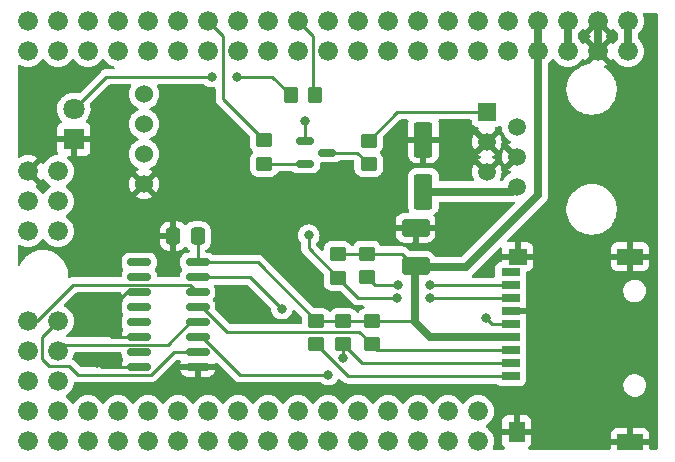
<source format=gbr>
%TF.GenerationSoftware,KiCad,Pcbnew,(6.0.8)*%
%TF.CreationDate,2022-11-19T01:29:10-06:00*%
%TF.ProjectId,coleco-adam-ade-pro-embed-shield,636f6c65-636f-42d6-9164-616d2d616465,rev?*%
%TF.SameCoordinates,Original*%
%TF.FileFunction,Copper,L2,Bot*%
%TF.FilePolarity,Positive*%
%FSLAX46Y46*%
G04 Gerber Fmt 4.6, Leading zero omitted, Abs format (unit mm)*
G04 Created by KiCad (PCBNEW (6.0.8)) date 2022-11-19 01:29:10*
%MOMM*%
%LPD*%
G01*
G04 APERTURE LIST*
G04 Aperture macros list*
%AMRoundRect*
0 Rectangle with rounded corners*
0 $1 Rounding radius*
0 $2 $3 $4 $5 $6 $7 $8 $9 X,Y pos of 4 corners*
0 Add a 4 corners polygon primitive as box body*
4,1,4,$2,$3,$4,$5,$6,$7,$8,$9,$2,$3,0*
0 Add four circle primitives for the rounded corners*
1,1,$1+$1,$2,$3*
1,1,$1+$1,$4,$5*
1,1,$1+$1,$6,$7*
1,1,$1+$1,$8,$9*
0 Add four rect primitives between the rounded corners*
20,1,$1+$1,$2,$3,$4,$5,0*
20,1,$1+$1,$4,$5,$6,$7,0*
20,1,$1+$1,$6,$7,$8,$9,0*
20,1,$1+$1,$8,$9,$2,$3,0*%
G04 Aperture macros list end*
%TA.AperFunction,ComponentPad*%
%ADD10C,1.676400*%
%TD*%
%TA.AperFunction,ComponentPad*%
%ADD11R,1.800000X1.800000*%
%TD*%
%TA.AperFunction,ComponentPad*%
%ADD12C,1.800000*%
%TD*%
%TA.AperFunction,ComponentPad*%
%ADD13C,1.524000*%
%TD*%
%TA.AperFunction,SMDPad,CuDef*%
%ADD14RoundRect,0.250000X-0.350000X-0.450000X0.350000X-0.450000X0.350000X0.450000X-0.350000X0.450000X0*%
%TD*%
%TA.AperFunction,SMDPad,CuDef*%
%ADD15RoundRect,0.250000X-0.450000X0.350000X-0.450000X-0.350000X0.450000X-0.350000X0.450000X0.350000X0*%
%TD*%
%TA.AperFunction,SMDPad,CuDef*%
%ADD16RoundRect,0.250001X0.924999X-0.499999X0.924999X0.499999X-0.924999X0.499999X-0.924999X-0.499999X0*%
%TD*%
%TA.AperFunction,SMDPad,CuDef*%
%ADD17RoundRect,0.250000X-0.337500X-0.475000X0.337500X-0.475000X0.337500X0.475000X-0.337500X0.475000X0*%
%TD*%
%TA.AperFunction,ComponentPad*%
%ADD18R,1.520000X1.520000*%
%TD*%
%TA.AperFunction,ComponentPad*%
%ADD19C,1.520000*%
%TD*%
%TA.AperFunction,SMDPad,CuDef*%
%ADD20RoundRect,0.150000X-0.587500X-0.150000X0.587500X-0.150000X0.587500X0.150000X-0.587500X0.150000X0*%
%TD*%
%TA.AperFunction,SMDPad,CuDef*%
%ADD21R,1.600000X0.700000*%
%TD*%
%TA.AperFunction,SMDPad,CuDef*%
%ADD22R,1.600000X1.400000*%
%TD*%
%TA.AperFunction,SMDPad,CuDef*%
%ADD23R,2.200000X1.400000*%
%TD*%
%TA.AperFunction,SMDPad,CuDef*%
%ADD24R,1.400000X1.800000*%
%TD*%
%TA.AperFunction,SMDPad,CuDef*%
%ADD25RoundRect,0.250000X0.550000X-1.250000X0.550000X1.250000X-0.550000X1.250000X-0.550000X-1.250000X0*%
%TD*%
%TA.AperFunction,SMDPad,CuDef*%
%ADD26RoundRect,0.150000X0.825000X0.150000X-0.825000X0.150000X-0.825000X-0.150000X0.825000X-0.150000X0*%
%TD*%
%TA.AperFunction,ViaPad*%
%ADD27C,0.800000*%
%TD*%
%TA.AperFunction,Conductor*%
%ADD28C,0.250000*%
%TD*%
%TA.AperFunction,Conductor*%
%ADD29C,0.700000*%
%TD*%
G04 APERTURE END LIST*
D10*
%TO.P,U1,3V3_1,3V3*%
%TO.N,+3.3V*%
X164580000Y-67220000D03*
%TO.P,U1,3V3_2,3V3*%
X164580000Y-69760000D03*
%TO.P,U1,5V_1,5V*%
%TO.N,+5V*%
X167120000Y-67220000D03*
%TO.P,U1,5V_2,5V*%
X167120000Y-69760000D03*
%TO.P,U1,5V_3,5V*%
X121400000Y-85000000D03*
%TO.P,U1,A0,A0*%
%TO.N,unconnected-(U1-PadA0)*%
X159500000Y-102780000D03*
%TO.P,U1,A1,A1*%
%TO.N,unconnected-(U1-PadA1)*%
X159500000Y-100240000D03*
%TO.P,U1,A2,A2*%
%TO.N,unconnected-(U1-PadA2)*%
X156960000Y-102780000D03*
%TO.P,U1,A3,A3*%
%TO.N,unconnected-(U1-PadA3)*%
X156960000Y-100240000D03*
%TO.P,U1,A4,A4*%
%TO.N,unconnected-(U1-PadA4)*%
X154420000Y-102780000D03*
%TO.P,U1,A5,A5*%
%TO.N,unconnected-(U1-PadA5)*%
X154420000Y-100240000D03*
%TO.P,U1,A6,A6*%
%TO.N,unconnected-(U1-PadA6)*%
X151880000Y-102780000D03*
%TO.P,U1,A7,A7*%
%TO.N,unconnected-(U1-PadA7)*%
X151880000Y-100240000D03*
%TO.P,U1,A8,A8*%
%TO.N,unconnected-(U1-PadA8)*%
X149340000Y-102780000D03*
%TO.P,U1,A9,A9*%
%TO.N,unconnected-(U1-PadA9)*%
X149340000Y-100240000D03*
%TO.P,U1,A10,A10*%
%TO.N,unconnected-(U1-PadA10)*%
X146800000Y-102780000D03*
%TO.P,U1,A11,A11*%
%TO.N,unconnected-(U1-PadA11)*%
X146800000Y-100240000D03*
%TO.P,U1,A12,A12*%
%TO.N,unconnected-(U1-PadA12)*%
X144260000Y-102780000D03*
%TO.P,U1,A13,A13*%
%TO.N,unconnected-(U1-PadA13)*%
X144260000Y-100240000D03*
%TO.P,U1,A14,A14*%
%TO.N,unconnected-(U1-PadA14)*%
X141720000Y-102780000D03*
%TO.P,U1,A15,A15*%
%TO.N,unconnected-(U1-PadA15)*%
X141720000Y-100240000D03*
%TO.P,U1,AREF,AREF*%
%TO.N,unconnected-(U1-PadAREF)*%
X162040000Y-69760000D03*
%TO.P,U1,D2,D2*%
%TO.N,/AdamNetReset*%
X156960000Y-69760000D03*
%TO.P,U1,D3,D3*%
%TO.N,/AdamNetRx*%
X156960000Y-67220000D03*
%TO.P,U1,D4,D4*%
%TO.N,unconnected-(U1-PadD4)*%
X154420000Y-69760000D03*
%TO.P,U1,D5,D5*%
%TO.N,unconnected-(U1-PadD5)*%
X154420000Y-67220000D03*
%TO.P,U1,D6,D6*%
%TO.N,unconnected-(U1-PadD6)*%
X151880000Y-69760000D03*
%TO.P,U1,D7,D7*%
%TO.N,unconnected-(U1-PadD7)*%
X151880000Y-67220000D03*
%TO.P,U1,D8,D8*%
%TO.N,unconnected-(U1-PadD8)*%
X149340000Y-69760000D03*
%TO.P,U1,D9,D9*%
%TO.N,unconnected-(U1-PadD9)*%
X149340000Y-67220000D03*
%TO.P,U1,D10,D10*%
%TO.N,unconnected-(U1-PadD10)*%
X146800000Y-69760000D03*
%TO.P,U1,D11,D11*%
%TO.N,unconnected-(U1-PadD11)*%
X146800000Y-67220000D03*
%TO.P,U1,D12,D12*%
%TO.N,unconnected-(U1-PadD12)*%
X144260000Y-69760000D03*
%TO.P,U1,D13,D13*%
%TO.N,/D13*%
X144260000Y-67220000D03*
%TO.P,U1,D14,D14*%
%TO.N,unconnected-(U1-PadD14)*%
X141720000Y-69760000D03*
%TO.P,U1,D15,D15*%
%TO.N,unconnected-(U1-PadD15)*%
X141720000Y-67220000D03*
%TO.P,U1,D16,D16*%
%TO.N,unconnected-(U1-PadD16)*%
X139180000Y-69760000D03*
%TO.P,U1,D17,D17*%
%TO.N,unconnected-(U1-PadD17)*%
X139180000Y-67220000D03*
%TO.P,U1,D18,D18*%
%TO.N,unconnected-(U1-PadD18)*%
X136640000Y-69760000D03*
%TO.P,U1,D19,D19*%
%TO.N,/AdamNetTx*%
X136640000Y-67220000D03*
%TO.P,U1,D20,D20*%
%TO.N,/D20*%
X134100000Y-69760000D03*
%TO.P,U1,D21,D21*%
%TO.N,/D21*%
X134100000Y-67220000D03*
%TO.P,U1,D22,D22*%
%TO.N,unconnected-(U1-PadD22)*%
X131560000Y-69760000D03*
%TO.P,U1,D23,D23*%
%TO.N,unconnected-(U1-PadD23)*%
X131560000Y-67220000D03*
%TO.P,U1,D24,D24*%
%TO.N,unconnected-(U1-PadD24)*%
X129020000Y-69760000D03*
%TO.P,U1,D25,D25*%
%TO.N,unconnected-(U1-PadD25)*%
X129020000Y-67220000D03*
%TO.P,U1,D26,D26*%
%TO.N,unconnected-(U1-PadD26)*%
X126480000Y-69760000D03*
%TO.P,U1,D27,D27*%
%TO.N,unconnected-(U1-PadD27)*%
X126480000Y-67220000D03*
%TO.P,U1,D28,D28*%
%TO.N,unconnected-(U1-PadD28)*%
X123940000Y-69760000D03*
%TO.P,U1,D29,D29*%
%TO.N,unconnected-(U1-PadD29)*%
X123940000Y-67220000D03*
%TO.P,U1,D30,D30*%
%TO.N,unconnected-(U1-PadD30)*%
X121400000Y-69760000D03*
%TO.P,U1,D31,D31*%
%TO.N,unconnected-(U1-PadD31)*%
X121400000Y-67220000D03*
%TO.P,U1,D32,D32*%
%TO.N,unconnected-(U1-PadD32)*%
X139180000Y-102780000D03*
%TO.P,U1,D33,D33*%
%TO.N,/D33*%
X139180000Y-100240000D03*
%TO.P,U1,D34,D34*%
%TO.N,unconnected-(U1-PadD34)*%
X136640000Y-102780000D03*
%TO.P,U1,D35,D35*%
%TO.N,/D35*%
X136640000Y-100240000D03*
%TO.P,U1,D36,D36*%
%TO.N,unconnected-(U1-PadD36)*%
X134100000Y-102780000D03*
%TO.P,U1,D37,D37*%
%TO.N,/D37*%
X134100000Y-100240000D03*
%TO.P,U1,D38,D38*%
%TO.N,unconnected-(U1-PadD38)*%
X131560000Y-102780000D03*
%TO.P,U1,D39,D39*%
%TO.N,/D39*%
X131560000Y-100240000D03*
%TO.P,U1,D40,D40*%
%TO.N,unconnected-(U1-PadD40)*%
X129020000Y-102780000D03*
%TO.P,U1,D41,D41*%
%TO.N,/D41*%
X129020000Y-100240000D03*
%TO.P,U1,D42,D42*%
%TO.N,unconnected-(U1-PadD42)*%
X126480000Y-102780000D03*
%TO.P,U1,D43,D43*%
%TO.N,/D43*%
X126480000Y-100240000D03*
%TO.P,U1,D44,D44*%
%TO.N,unconnected-(U1-PadD44)*%
X123940000Y-102780000D03*
%TO.P,U1,D45,D45*%
%TO.N,unconnected-(U1-PadD45)*%
X123940000Y-100240000D03*
%TO.P,U1,D46,D46*%
%TO.N,unconnected-(U1-PadD46)*%
X121400000Y-102780000D03*
%TO.P,U1,D47,D47*%
%TO.N,unconnected-(U1-PadD47)*%
X121400000Y-100240000D03*
%TO.P,U1,D48,D48*%
%TO.N,unconnected-(U1-PadD48)*%
X121400000Y-97700000D03*
%TO.P,U1,D49,D49*%
%TO.N,unconnected-(U1-PadD49)*%
X123940000Y-97700000D03*
%TO.P,U1,D50,D50*%
%TO.N,/MISO*%
X121400000Y-95160000D03*
%TO.P,U1,D51,D51*%
%TO.N,/MOSI*%
X123940000Y-95160000D03*
%TO.P,U1,D52,D52*%
%TO.N,/SCK*%
X121400000Y-92620000D03*
%TO.P,U1,D53,D53*%
%TO.N,/CS*%
X123940000Y-92620000D03*
%TO.P,U1,GND_1,GND*%
%TO.N,GND*%
X169660000Y-67220000D03*
%TO.P,U1,GND_2,GND*%
X169660000Y-69760000D03*
%TO.P,U1,GND_3,GND*%
X121400000Y-79920000D03*
%TO.P,U1,MISO,MISO*%
%TO.N,unconnected-(U1-PadMISO)*%
X123940000Y-85000000D03*
%TO.P,U1,MOSI,MOSI*%
%TO.N,unconnected-(U1-PadMOSI)*%
X121400000Y-82460000D03*
%TO.P,U1,RESET,RESET*%
%TO.N,/RESET*%
X123940000Y-79920000D03*
%TO.P,U1,RST,RST*%
%TO.N,unconnected-(U1-PadRST)*%
X162040000Y-67220000D03*
%TO.P,U1,RX,RX*%
%TO.N,unconnected-(U1-PadRX)*%
X159500000Y-69760000D03*
%TO.P,U1,SCK,SCK*%
%TO.N,unconnected-(U1-PadSCK)*%
X123940000Y-82460000D03*
%TO.P,U1,TX,TX*%
%TO.N,unconnected-(U1-PadTX)*%
X159500000Y-67220000D03*
%TO.P,U1,VIN_1,VIN*%
%TO.N,Net-(U1-PadVIN_1)*%
X172200000Y-67220000D03*
%TO.P,U1,VIN_2,VIN*%
X172200000Y-69760000D03*
%TD*%
D11*
%TO.P,D1,1,K*%
%TO.N,GND*%
X125272800Y-77221000D03*
D12*
%TO.P,D1,2,A*%
%TO.N,Net-(D1-Pad2)*%
X125272800Y-74681000D03*
%TD*%
D13*
%TO.P,U2,4,SDA*%
%TO.N,/D20*%
X131220000Y-73400000D03*
%TO.P,U2,3,SCL*%
%TO.N,/D21*%
X131220000Y-75940000D03*
%TO.P,U2,2,VCC*%
%TO.N,+5V*%
X131220000Y-78480000D03*
%TO.P,U2,1,GND*%
%TO.N,GND*%
X131220000Y-81020000D03*
%TD*%
D14*
%TO.P,R3,1*%
%TO.N,Net-(D1-Pad2)*%
X143653000Y-73507600D03*
%TO.P,R3,2*%
%TO.N,/D13*%
X145653000Y-73507600D03*
%TD*%
D15*
%TO.P,R2,1*%
%TO.N,/AdamNetRx*%
X150241000Y-77333600D03*
%TO.P,R2,2*%
%TO.N,Net-(Q1-Pad3)*%
X150241000Y-79333600D03*
%TD*%
%TO.P,R4,1*%
%TO.N,+3.3V*%
X148082000Y-92599000D03*
%TO.P,R4,2*%
%TO.N,Net-(P1-Pad2)*%
X148082000Y-94599000D03*
%TD*%
D16*
%TO.P,C2,1*%
%TO.N,+3.3V*%
X154203400Y-87959600D03*
%TO.P,C2,2*%
%TO.N,GND*%
X154203400Y-84709600D03*
%TD*%
D15*
%TO.P,R6,1*%
%TO.N,+3.3V*%
X150088600Y-86909400D03*
%TO.P,R6,2*%
%TO.N,Net-(P1-Pad8)*%
X150088600Y-88909400D03*
%TD*%
D17*
%TO.P,C1,1*%
%TO.N,GND*%
X133684100Y-85420200D03*
%TO.P,C1,2*%
%TO.N,+3.3V*%
X135759100Y-85420200D03*
%TD*%
D18*
%TO.P,J2,1*%
%TO.N,/AdamNetRx*%
X160225600Y-74909600D03*
D19*
%TO.P,J2,2*%
%TO.N,/AdamNetReset*%
X162765600Y-76179600D03*
%TO.P,J2,3*%
%TO.N,GND*%
X160225600Y-77449600D03*
%TO.P,J2,4*%
X162765600Y-78719600D03*
%TO.P,J2,5*%
X160225600Y-79989600D03*
%TO.P,J2,6*%
%TO.N,+5V*%
X162765600Y-81259600D03*
%TD*%
D20*
%TO.P,Q1,1,B*%
%TO.N,Net-(Q1-Pad1)*%
X144858500Y-79309000D03*
%TO.P,Q1,2,E*%
%TO.N,+5V*%
X144858500Y-77409000D03*
%TO.P,Q1,3,C*%
%TO.N,Net-(Q1-Pad3)*%
X146733500Y-78359000D03*
%TD*%
D15*
%TO.P,R7,1*%
%TO.N,+3.3V*%
X147624800Y-86934800D03*
%TO.P,R7,2*%
%TO.N,/MISO*%
X147624800Y-88934800D03*
%TD*%
%TO.P,R8,1*%
%TO.N,+3.3V*%
X150495000Y-92599000D03*
%TO.P,R8,2*%
%TO.N,Net-(P1-Pad3)*%
X150495000Y-94599000D03*
%TD*%
D21*
%TO.P,P1,1,DAT2*%
%TO.N,Net-(P1-Pad1)*%
X162259200Y-97271400D03*
%TO.P,P1,2,DAT3*%
%TO.N,Net-(P1-Pad2)*%
X162259200Y-96171400D03*
%TO.P,P1,3,CMD*%
%TO.N,Net-(P1-Pad3)*%
X162259200Y-95071400D03*
%TO.P,P1,4,VDD*%
%TO.N,+3.3V*%
X162259200Y-93971400D03*
%TO.P,P1,5,CLK*%
%TO.N,Net-(P1-Pad5)*%
X162259200Y-92871400D03*
%TO.P,P1,6,VSS*%
%TO.N,GND*%
X162259200Y-91771400D03*
%TO.P,P1,7,DAT0*%
%TO.N,/MISO*%
X162259200Y-90671400D03*
%TO.P,P1,8,DAT1*%
%TO.N,Net-(P1-Pad8)*%
X162259200Y-89571400D03*
%TO.P,P1,9,CD*%
%TO.N,unconnected-(P1-Pad9)*%
X162259200Y-88471400D03*
D22*
%TO.P,P1,G1,GND*%
%TO.N,GND*%
X162859200Y-87171400D03*
D23*
%TO.P,P1,G2,GND*%
X172359200Y-87171400D03*
%TO.P,P1,G3,GND*%
X172359200Y-102871400D03*
D24*
%TO.P,P1,G4,GND*%
X162759200Y-101971400D03*
%TD*%
D25*
%TO.P,C3,1*%
%TO.N,+5V*%
X154863800Y-81651200D03*
%TO.P,C3,2*%
%TO.N,GND*%
X154863800Y-77251200D03*
%TD*%
D26*
%TO.P,U3,1,VCC*%
%TO.N,+3.3V*%
X135748800Y-87630000D03*
%TO.P,U3,2*%
%TO.N,Net-(P1-Pad5)*%
X135748800Y-88900000D03*
%TO.P,U3,3*%
%TO.N,/SCK*%
X135748800Y-90170000D03*
%TO.P,U3,4*%
%TO.N,Net-(P1-Pad3)*%
X135748800Y-91440000D03*
%TO.P,U3,5*%
%TO.N,/MOSI*%
X135748800Y-92710000D03*
%TO.P,U3,6*%
%TO.N,Net-(P1-Pad2)*%
X135748800Y-93980000D03*
%TO.P,U3,7*%
%TO.N,/CS*%
X135748800Y-95250000D03*
%TO.P,U3,8,VSS*%
%TO.N,GND*%
X135748800Y-96520000D03*
%TO.P,U3,9*%
X130798800Y-96520000D03*
%TO.P,U3,10*%
%TO.N,unconnected-(U3-Pad10)*%
X130798800Y-95250000D03*
%TO.P,U3,11*%
%TO.N,GND*%
X130798800Y-93980000D03*
%TO.P,U3,12*%
%TO.N,unconnected-(U3-Pad12)*%
X130798800Y-92710000D03*
%TO.P,U3,13*%
%TO.N,N/C*%
X130798800Y-91440000D03*
%TO.P,U3,14*%
%TO.N,GND*%
X130798800Y-90170000D03*
%TO.P,U3,15*%
%TO.N,unconnected-(U3-Pad15)*%
X130798800Y-88900000D03*
%TO.P,U3,16*%
%TO.N,N/C*%
X130798800Y-87630000D03*
%TD*%
D15*
%TO.P,R1,1*%
%TO.N,/AdamNetTx*%
X141401800Y-77308200D03*
%TO.P,R1,2*%
%TO.N,Net-(Q1-Pad1)*%
X141401800Y-79308200D03*
%TD*%
%TO.P,R5,1*%
%TO.N,+3.3V*%
X145796000Y-92599000D03*
%TO.P,R5,2*%
%TO.N,Net-(P1-Pad1)*%
X145796000Y-94599000D03*
%TD*%
D27*
%TO.N,GND*%
X127254000Y-92710000D03*
X127254000Y-96139000D03*
X138303000Y-90678000D03*
%TO.N,+5V*%
X144881600Y-75717400D03*
%TO.N,Net-(D1-Pad2)*%
X136931400Y-71932800D03*
X139065000Y-71932800D03*
%TO.N,Net-(P1-Pad2)*%
X146812000Y-97155000D03*
X148082000Y-95758000D03*
%TO.N,Net-(P1-Pad5)*%
X142875000Y-91567000D03*
X160147000Y-92329000D03*
%TO.N,/MISO*%
X145161000Y-85344000D03*
X155448000Y-90652600D03*
X152654000Y-90652600D03*
%TO.N,Net-(P1-Pad8)*%
X152679400Y-89560400D03*
X155422600Y-89560400D03*
%TD*%
D28*
%TO.N,/SCK*%
X122137000Y-92620000D02*
X121400000Y-92620000D01*
X125212000Y-89545000D02*
X122137000Y-92620000D01*
X135123800Y-89545000D02*
X125212000Y-89545000D01*
X135748800Y-90170000D02*
X135123800Y-89545000D01*
%TO.N,/CS*%
X123164600Y-96418400D02*
X122605800Y-95859600D01*
X124866400Y-96418400D02*
X123164600Y-96418400D01*
X125593000Y-97145000D02*
X124866400Y-96418400D01*
X131820551Y-97145000D02*
X125593000Y-97145000D01*
X122605800Y-93954200D02*
X123940000Y-92620000D01*
X133715551Y-95250000D02*
X131820551Y-97145000D01*
X122605800Y-95859600D02*
X122605800Y-93954200D01*
X135748800Y-95250000D02*
X133715551Y-95250000D01*
%TO.N,/AdamNetTx*%
X137922000Y-73828400D02*
X141401800Y-77308200D01*
X136640000Y-67220000D02*
X137922000Y-68502000D01*
X137922000Y-68502000D02*
X137922000Y-73828400D01*
D29*
%TO.N,Net-(U1-PadVIN_1)*%
X172200000Y-67220000D02*
X172200000Y-69760000D01*
D28*
%TO.N,/AdamNetRx*%
X150241000Y-77333600D02*
X152665000Y-74909600D01*
X152665000Y-74909600D02*
X160225600Y-74909600D01*
%TO.N,GND*%
X130798800Y-96520000D02*
X127635000Y-96520000D01*
X129794000Y-90170000D02*
X127254000Y-92710000D01*
X130798800Y-90170000D02*
X129794000Y-90170000D01*
X128524000Y-93980000D02*
X127254000Y-92710000D01*
X130798800Y-93980000D02*
X128524000Y-93980000D01*
D29*
X169660000Y-67220000D02*
X169660000Y-69760000D01*
D28*
X127635000Y-96520000D02*
X127254000Y-96139000D01*
%TO.N,+5V*%
X144858500Y-75740500D02*
X144881600Y-75717400D01*
X144858500Y-77409000D02*
X144858500Y-75740500D01*
D29*
X162765600Y-81259600D02*
X162374000Y-81651200D01*
X162374000Y-81651200D02*
X154863800Y-81651200D01*
X167120000Y-67220000D02*
X167120000Y-69760000D01*
D28*
%TO.N,Net-(D1-Pad2)*%
X139065000Y-71932800D02*
X142078200Y-71932800D01*
X128021000Y-71932800D02*
X136931400Y-71932800D01*
X142078200Y-71932800D02*
X143653000Y-73507600D01*
X125272800Y-74681000D02*
X128021000Y-71932800D01*
%TO.N,/D13*%
X145516600Y-73371200D02*
X145653000Y-73507600D01*
X144260000Y-67220000D02*
X145516600Y-68476600D01*
X145516600Y-68476600D02*
X145516600Y-73371200D01*
%TO.N,Net-(Q1-Pad1)*%
X141401800Y-79308200D02*
X144857700Y-79308200D01*
X144857700Y-79308200D02*
X144858500Y-79309000D01*
%TO.N,Net-(Q1-Pad3)*%
X146733500Y-78359000D02*
X149266400Y-78359000D01*
X149266400Y-78359000D02*
X150241000Y-79333600D01*
%TO.N,+3.3V*%
X147624800Y-86934800D02*
X153086700Y-86934800D01*
D29*
X158496000Y-88011000D02*
X154162900Y-88011000D01*
X164580000Y-69760000D02*
X164580000Y-81927000D01*
D28*
X154016200Y-92599000D02*
X154152600Y-92735400D01*
X145796000Y-92599000D02*
X140827000Y-87630000D01*
X135748800Y-85430500D02*
X135759100Y-85420200D01*
D29*
X162259200Y-93971400D02*
X155388600Y-93971400D01*
X164580000Y-67220000D02*
X164580000Y-69760000D01*
D28*
X153086700Y-86934800D02*
X154152600Y-88000700D01*
X135748800Y-87630000D02*
X135748800Y-85430500D01*
D29*
X154152600Y-92735400D02*
X154152600Y-88000700D01*
X154162900Y-88011000D02*
X154152600Y-88000700D01*
D28*
X145796000Y-92599000D02*
X154016200Y-92599000D01*
X140827000Y-87630000D02*
X135748800Y-87630000D01*
D29*
X164580000Y-81927000D02*
X158496000Y-88011000D01*
X155388600Y-93971400D02*
X154152600Y-92735400D01*
D28*
%TO.N,Net-(P1-Pad1)*%
X162259200Y-97271400D02*
X148468400Y-97271400D01*
X148468400Y-97271400D02*
X145796000Y-94599000D01*
%TO.N,Net-(P1-Pad2)*%
X146812000Y-97155000D02*
X139300551Y-97155000D01*
X162259200Y-96171400D02*
X149654400Y-96171400D01*
X139300551Y-97155000D02*
X136125551Y-93980000D01*
X149654400Y-96171400D02*
X148082000Y-94599000D01*
X136125551Y-93980000D02*
X135748800Y-93980000D01*
X148082000Y-94599000D02*
X148082000Y-95758000D01*
%TO.N,Net-(P1-Pad3)*%
X162259200Y-95071400D02*
X150967400Y-95071400D01*
X136125551Y-91440000D02*
X135748800Y-91440000D01*
X138209551Y-93524000D02*
X136125551Y-91440000D01*
X149420000Y-93524000D02*
X138209551Y-93524000D01*
X150967400Y-95071400D02*
X150495000Y-94599000D01*
X150495000Y-94599000D02*
X149420000Y-93524000D01*
%TO.N,Net-(P1-Pad5)*%
X135748800Y-88900000D02*
X140208000Y-88900000D01*
X140208000Y-88900000D02*
X142875000Y-91567000D01*
X160147000Y-92329000D02*
X160689400Y-92871400D01*
X160689400Y-92871400D02*
X162259200Y-92871400D01*
%TO.N,/MISO*%
X152654000Y-90652600D02*
X149342600Y-90652600D01*
X145161000Y-86471000D02*
X147624800Y-88934800D01*
X155466800Y-90671400D02*
X155448000Y-90652600D01*
X145161000Y-85344000D02*
X145161000Y-86471000D01*
X162259200Y-90671400D02*
X155466800Y-90671400D01*
X149342600Y-90652600D02*
X147624800Y-88934800D01*
%TO.N,Net-(P1-Pad8)*%
X150739600Y-89560400D02*
X150088600Y-88909400D01*
X155433600Y-89571400D02*
X155422600Y-89560400D01*
X162259200Y-89571400D02*
X155433600Y-89571400D01*
X152679400Y-89560400D02*
X150739600Y-89560400D01*
%TO.N,/MOSI*%
X124475000Y-94625000D02*
X133213000Y-94625000D01*
X135128000Y-92710000D02*
X135748800Y-92710000D01*
X123940000Y-95160000D02*
X124475000Y-94625000D01*
X133213000Y-94625000D02*
X135128000Y-92710000D01*
%TD*%
%TA.AperFunction,Conductor*%
%TO.N,GND*%
G36*
X174633621Y-66528502D02*
G01*
X174680114Y-66582158D01*
X174691500Y-66634500D01*
X174691500Y-103365500D01*
X174671498Y-103433621D01*
X174617842Y-103480114D01*
X174565500Y-103491500D01*
X174093200Y-103491500D01*
X174025079Y-103471498D01*
X173978586Y-103417842D01*
X173967200Y-103365500D01*
X173967200Y-103143515D01*
X173962725Y-103128276D01*
X173961335Y-103127071D01*
X173953652Y-103125400D01*
X170769316Y-103125400D01*
X170754077Y-103129875D01*
X170752872Y-103131265D01*
X170751201Y-103138948D01*
X170751201Y-103365500D01*
X170731199Y-103433621D01*
X170677543Y-103480114D01*
X170625201Y-103491500D01*
X163857146Y-103491500D01*
X163789025Y-103471498D01*
X163742532Y-103417842D01*
X163732428Y-103347568D01*
X163761922Y-103282988D01*
X163781581Y-103264673D01*
X163814928Y-103239681D01*
X163827485Y-103227124D01*
X163903986Y-103125049D01*
X163912524Y-103109454D01*
X163957678Y-102989006D01*
X163961305Y-102973751D01*
X163966831Y-102922886D01*
X163967200Y-102916072D01*
X163967200Y-102599285D01*
X170751200Y-102599285D01*
X170755675Y-102614524D01*
X170757065Y-102615729D01*
X170764748Y-102617400D01*
X172087085Y-102617400D01*
X172102324Y-102612925D01*
X172103529Y-102611535D01*
X172105200Y-102603852D01*
X172105200Y-102599285D01*
X172613200Y-102599285D01*
X172617675Y-102614524D01*
X172619065Y-102615729D01*
X172626748Y-102617400D01*
X173949084Y-102617400D01*
X173964323Y-102612925D01*
X173965528Y-102611535D01*
X173967199Y-102603852D01*
X173967199Y-102126731D01*
X173966829Y-102119910D01*
X173961305Y-102069048D01*
X173957679Y-102053796D01*
X173912524Y-101933346D01*
X173903986Y-101917751D01*
X173827485Y-101815676D01*
X173814924Y-101803115D01*
X173712849Y-101726614D01*
X173697254Y-101718076D01*
X173576806Y-101672922D01*
X173561551Y-101669295D01*
X173510686Y-101663769D01*
X173503872Y-101663400D01*
X172631315Y-101663400D01*
X172616076Y-101667875D01*
X172614871Y-101669265D01*
X172613200Y-101676948D01*
X172613200Y-102599285D01*
X172105200Y-102599285D01*
X172105200Y-101681516D01*
X172100725Y-101666277D01*
X172099335Y-101665072D01*
X172091652Y-101663401D01*
X171214531Y-101663401D01*
X171207710Y-101663771D01*
X171156848Y-101669295D01*
X171141596Y-101672921D01*
X171021146Y-101718076D01*
X171005551Y-101726614D01*
X170903476Y-101803115D01*
X170890915Y-101815676D01*
X170814414Y-101917751D01*
X170805876Y-101933346D01*
X170760722Y-102053794D01*
X170757095Y-102069049D01*
X170751569Y-102119914D01*
X170751200Y-102126728D01*
X170751200Y-102599285D01*
X163967200Y-102599285D01*
X163967200Y-102243515D01*
X163962725Y-102228276D01*
X163961335Y-102227071D01*
X163953652Y-102225400D01*
X161569316Y-102225400D01*
X161554077Y-102229875D01*
X161552872Y-102231265D01*
X161551201Y-102238948D01*
X161551201Y-102916069D01*
X161551571Y-102922890D01*
X161557095Y-102973752D01*
X161560721Y-102989004D01*
X161605876Y-103109454D01*
X161614414Y-103125049D01*
X161690915Y-103227124D01*
X161703472Y-103239681D01*
X161736819Y-103264673D01*
X161779334Y-103321533D01*
X161784360Y-103392351D01*
X161750300Y-103454645D01*
X161687969Y-103488635D01*
X161661254Y-103491500D01*
X160851922Y-103491500D01*
X160783801Y-103471498D01*
X160737308Y-103417842D01*
X160727204Y-103347568D01*
X160737727Y-103312250D01*
X160767995Y-103247340D01*
X160767996Y-103247338D01*
X160770318Y-103242358D01*
X160800458Y-103129875D01*
X160829882Y-103020060D01*
X160829882Y-103020059D01*
X160831306Y-103014745D01*
X160851844Y-102780000D01*
X160831306Y-102545255D01*
X160770318Y-102317642D01*
X160730040Y-102231265D01*
X160673054Y-102109059D01*
X160673052Y-102109056D01*
X160670731Y-102104078D01*
X160535573Y-101911051D01*
X160368949Y-101744427D01*
X160304479Y-101699285D01*
X161551200Y-101699285D01*
X161555675Y-101714524D01*
X161557065Y-101715729D01*
X161564748Y-101717400D01*
X162487085Y-101717400D01*
X162502324Y-101712925D01*
X162503529Y-101711535D01*
X162505200Y-101703852D01*
X162505200Y-101699285D01*
X163013200Y-101699285D01*
X163017675Y-101714524D01*
X163019065Y-101715729D01*
X163026748Y-101717400D01*
X163949084Y-101717400D01*
X163964323Y-101712925D01*
X163965528Y-101711535D01*
X163967199Y-101703852D01*
X163967199Y-101026731D01*
X163966829Y-101019910D01*
X163961305Y-100969048D01*
X163957679Y-100953796D01*
X163912524Y-100833346D01*
X163903986Y-100817751D01*
X163827485Y-100715676D01*
X163814924Y-100703115D01*
X163712849Y-100626614D01*
X163697254Y-100618076D01*
X163576806Y-100572922D01*
X163561551Y-100569295D01*
X163510686Y-100563769D01*
X163503872Y-100563400D01*
X163031315Y-100563400D01*
X163016076Y-100567875D01*
X163014871Y-100569265D01*
X163013200Y-100576948D01*
X163013200Y-101699285D01*
X162505200Y-101699285D01*
X162505200Y-100581516D01*
X162500725Y-100566277D01*
X162499335Y-100565072D01*
X162491652Y-100563401D01*
X162014531Y-100563401D01*
X162007710Y-100563771D01*
X161956848Y-100569295D01*
X161941596Y-100572921D01*
X161821146Y-100618076D01*
X161805551Y-100626614D01*
X161703476Y-100703115D01*
X161690915Y-100715676D01*
X161614414Y-100817751D01*
X161605876Y-100833346D01*
X161560722Y-100953794D01*
X161557095Y-100969049D01*
X161551569Y-101019914D01*
X161551200Y-101026728D01*
X161551200Y-101699285D01*
X160304479Y-101699285D01*
X160255618Y-101665072D01*
X160181555Y-101613213D01*
X160137226Y-101557756D01*
X160129917Y-101487137D01*
X160161947Y-101423776D01*
X160181555Y-101406787D01*
X160364437Y-101278732D01*
X160368949Y-101275573D01*
X160535573Y-101108949D01*
X160670731Y-100915922D01*
X160688776Y-100877226D01*
X160767995Y-100707340D01*
X160767996Y-100707338D01*
X160770318Y-100702358D01*
X160806781Y-100566277D01*
X160829882Y-100480060D01*
X160829882Y-100480059D01*
X160831306Y-100474745D01*
X160851844Y-100240000D01*
X160831306Y-100005255D01*
X160770318Y-99777642D01*
X160692184Y-99610083D01*
X160673054Y-99569059D01*
X160673052Y-99569056D01*
X160670731Y-99564078D01*
X160535573Y-99371051D01*
X160368949Y-99204427D01*
X160175922Y-99069269D01*
X160170944Y-99066948D01*
X160170941Y-99066946D01*
X159967340Y-98972005D01*
X159967338Y-98972004D01*
X159962358Y-98969682D01*
X159957050Y-98968260D01*
X159957048Y-98968259D01*
X159740060Y-98910118D01*
X159740059Y-98910118D01*
X159734745Y-98908694D01*
X159500000Y-98888156D01*
X159265255Y-98908694D01*
X159259941Y-98910118D01*
X159259940Y-98910118D01*
X159042952Y-98968259D01*
X159042950Y-98968260D01*
X159037642Y-98969682D01*
X159032662Y-98972004D01*
X159032660Y-98972005D01*
X158829059Y-99066946D01*
X158829056Y-99066948D01*
X158824078Y-99069269D01*
X158631051Y-99204427D01*
X158464427Y-99371051D01*
X158461268Y-99375563D01*
X158333213Y-99558445D01*
X158277756Y-99602774D01*
X158207137Y-99610083D01*
X158143776Y-99578053D01*
X158126787Y-99558445D01*
X157998732Y-99375563D01*
X157995573Y-99371051D01*
X157828949Y-99204427D01*
X157635922Y-99069269D01*
X157630944Y-99066948D01*
X157630941Y-99066946D01*
X157427340Y-98972005D01*
X157427338Y-98972004D01*
X157422358Y-98969682D01*
X157417050Y-98968260D01*
X157417048Y-98968259D01*
X157200060Y-98910118D01*
X157200059Y-98910118D01*
X157194745Y-98908694D01*
X156960000Y-98888156D01*
X156725255Y-98908694D01*
X156719941Y-98910118D01*
X156719940Y-98910118D01*
X156502952Y-98968259D01*
X156502950Y-98968260D01*
X156497642Y-98969682D01*
X156492662Y-98972004D01*
X156492660Y-98972005D01*
X156289059Y-99066946D01*
X156289056Y-99066948D01*
X156284078Y-99069269D01*
X156091051Y-99204427D01*
X155924427Y-99371051D01*
X155921268Y-99375563D01*
X155793213Y-99558445D01*
X155737756Y-99602774D01*
X155667137Y-99610083D01*
X155603776Y-99578053D01*
X155586787Y-99558445D01*
X155458732Y-99375563D01*
X155455573Y-99371051D01*
X155288949Y-99204427D01*
X155095922Y-99069269D01*
X155090944Y-99066948D01*
X155090941Y-99066946D01*
X154887340Y-98972005D01*
X154887338Y-98972004D01*
X154882358Y-98969682D01*
X154877050Y-98968260D01*
X154877048Y-98968259D01*
X154660060Y-98910118D01*
X154660059Y-98910118D01*
X154654745Y-98908694D01*
X154420000Y-98888156D01*
X154185255Y-98908694D01*
X154179941Y-98910118D01*
X154179940Y-98910118D01*
X153962952Y-98968259D01*
X153962950Y-98968260D01*
X153957642Y-98969682D01*
X153952662Y-98972004D01*
X153952660Y-98972005D01*
X153749059Y-99066946D01*
X153749056Y-99066948D01*
X153744078Y-99069269D01*
X153551051Y-99204427D01*
X153384427Y-99371051D01*
X153381268Y-99375563D01*
X153253213Y-99558445D01*
X153197756Y-99602774D01*
X153127137Y-99610083D01*
X153063776Y-99578053D01*
X153046787Y-99558445D01*
X152918732Y-99375563D01*
X152915573Y-99371051D01*
X152748949Y-99204427D01*
X152555922Y-99069269D01*
X152550944Y-99066948D01*
X152550941Y-99066946D01*
X152347340Y-98972005D01*
X152347338Y-98972004D01*
X152342358Y-98969682D01*
X152337050Y-98968260D01*
X152337048Y-98968259D01*
X152120060Y-98910118D01*
X152120059Y-98910118D01*
X152114745Y-98908694D01*
X151880000Y-98888156D01*
X151645255Y-98908694D01*
X151639941Y-98910118D01*
X151639940Y-98910118D01*
X151422952Y-98968259D01*
X151422950Y-98968260D01*
X151417642Y-98969682D01*
X151412662Y-98972004D01*
X151412660Y-98972005D01*
X151209059Y-99066946D01*
X151209056Y-99066948D01*
X151204078Y-99069269D01*
X151011051Y-99204427D01*
X150844427Y-99371051D01*
X150841268Y-99375563D01*
X150713213Y-99558445D01*
X150657756Y-99602774D01*
X150587137Y-99610083D01*
X150523776Y-99578053D01*
X150506787Y-99558445D01*
X150378732Y-99375563D01*
X150375573Y-99371051D01*
X150208949Y-99204427D01*
X150015922Y-99069269D01*
X150010944Y-99066948D01*
X150010941Y-99066946D01*
X149807340Y-98972005D01*
X149807338Y-98972004D01*
X149802358Y-98969682D01*
X149797050Y-98968260D01*
X149797048Y-98968259D01*
X149580060Y-98910118D01*
X149580059Y-98910118D01*
X149574745Y-98908694D01*
X149340000Y-98888156D01*
X149105255Y-98908694D01*
X149099941Y-98910118D01*
X149099940Y-98910118D01*
X148882952Y-98968259D01*
X148882950Y-98968260D01*
X148877642Y-98969682D01*
X148872662Y-98972004D01*
X148872660Y-98972005D01*
X148669059Y-99066946D01*
X148669056Y-99066948D01*
X148664078Y-99069269D01*
X148471051Y-99204427D01*
X148304427Y-99371051D01*
X148301268Y-99375563D01*
X148173213Y-99558445D01*
X148117756Y-99602774D01*
X148047137Y-99610083D01*
X147983776Y-99578053D01*
X147966787Y-99558445D01*
X147838732Y-99375563D01*
X147835573Y-99371051D01*
X147668949Y-99204427D01*
X147475922Y-99069269D01*
X147470944Y-99066948D01*
X147470941Y-99066946D01*
X147267340Y-98972005D01*
X147267338Y-98972004D01*
X147262358Y-98969682D01*
X147257050Y-98968260D01*
X147257048Y-98968259D01*
X147040060Y-98910118D01*
X147040059Y-98910118D01*
X147034745Y-98908694D01*
X146800000Y-98888156D01*
X146565255Y-98908694D01*
X146559941Y-98910118D01*
X146559940Y-98910118D01*
X146342952Y-98968259D01*
X146342950Y-98968260D01*
X146337642Y-98969682D01*
X146332662Y-98972004D01*
X146332660Y-98972005D01*
X146129059Y-99066946D01*
X146129056Y-99066948D01*
X146124078Y-99069269D01*
X145931051Y-99204427D01*
X145764427Y-99371051D01*
X145761268Y-99375563D01*
X145633213Y-99558445D01*
X145577756Y-99602774D01*
X145507137Y-99610083D01*
X145443776Y-99578053D01*
X145426787Y-99558445D01*
X145298732Y-99375563D01*
X145295573Y-99371051D01*
X145128949Y-99204427D01*
X144935922Y-99069269D01*
X144930944Y-99066948D01*
X144930941Y-99066946D01*
X144727340Y-98972005D01*
X144727338Y-98972004D01*
X144722358Y-98969682D01*
X144717050Y-98968260D01*
X144717048Y-98968259D01*
X144500060Y-98910118D01*
X144500059Y-98910118D01*
X144494745Y-98908694D01*
X144260000Y-98888156D01*
X144025255Y-98908694D01*
X144019941Y-98910118D01*
X144019940Y-98910118D01*
X143802952Y-98968259D01*
X143802950Y-98968260D01*
X143797642Y-98969682D01*
X143792662Y-98972004D01*
X143792660Y-98972005D01*
X143589059Y-99066946D01*
X143589056Y-99066948D01*
X143584078Y-99069269D01*
X143391051Y-99204427D01*
X143224427Y-99371051D01*
X143221268Y-99375563D01*
X143093213Y-99558445D01*
X143037756Y-99602774D01*
X142967137Y-99610083D01*
X142903776Y-99578053D01*
X142886787Y-99558445D01*
X142758732Y-99375563D01*
X142755573Y-99371051D01*
X142588949Y-99204427D01*
X142395922Y-99069269D01*
X142390944Y-99066948D01*
X142390941Y-99066946D01*
X142187340Y-98972005D01*
X142187338Y-98972004D01*
X142182358Y-98969682D01*
X142177050Y-98968260D01*
X142177048Y-98968259D01*
X141960060Y-98910118D01*
X141960059Y-98910118D01*
X141954745Y-98908694D01*
X141720000Y-98888156D01*
X141485255Y-98908694D01*
X141479941Y-98910118D01*
X141479940Y-98910118D01*
X141262952Y-98968259D01*
X141262950Y-98968260D01*
X141257642Y-98969682D01*
X141252662Y-98972004D01*
X141252660Y-98972005D01*
X141049059Y-99066946D01*
X141049056Y-99066948D01*
X141044078Y-99069269D01*
X140851051Y-99204427D01*
X140684427Y-99371051D01*
X140681268Y-99375563D01*
X140553213Y-99558445D01*
X140497756Y-99602774D01*
X140427137Y-99610083D01*
X140363776Y-99578053D01*
X140346787Y-99558445D01*
X140218732Y-99375563D01*
X140215573Y-99371051D01*
X140048949Y-99204427D01*
X139855922Y-99069269D01*
X139850944Y-99066948D01*
X139850941Y-99066946D01*
X139647340Y-98972005D01*
X139647338Y-98972004D01*
X139642358Y-98969682D01*
X139637050Y-98968260D01*
X139637048Y-98968259D01*
X139420060Y-98910118D01*
X139420059Y-98910118D01*
X139414745Y-98908694D01*
X139180000Y-98888156D01*
X138945255Y-98908694D01*
X138939941Y-98910118D01*
X138939940Y-98910118D01*
X138722952Y-98968259D01*
X138722950Y-98968260D01*
X138717642Y-98969682D01*
X138712662Y-98972004D01*
X138712660Y-98972005D01*
X138509059Y-99066946D01*
X138509056Y-99066948D01*
X138504078Y-99069269D01*
X138311051Y-99204427D01*
X138144427Y-99371051D01*
X138141268Y-99375563D01*
X138013213Y-99558445D01*
X137957756Y-99602774D01*
X137887137Y-99610083D01*
X137823776Y-99578053D01*
X137806787Y-99558445D01*
X137678732Y-99375563D01*
X137675573Y-99371051D01*
X137508949Y-99204427D01*
X137315922Y-99069269D01*
X137310944Y-99066948D01*
X137310941Y-99066946D01*
X137107340Y-98972005D01*
X137107338Y-98972004D01*
X137102358Y-98969682D01*
X137097050Y-98968260D01*
X137097048Y-98968259D01*
X136880060Y-98910118D01*
X136880059Y-98910118D01*
X136874745Y-98908694D01*
X136640000Y-98888156D01*
X136405255Y-98908694D01*
X136399941Y-98910118D01*
X136399940Y-98910118D01*
X136182952Y-98968259D01*
X136182950Y-98968260D01*
X136177642Y-98969682D01*
X136172662Y-98972004D01*
X136172660Y-98972005D01*
X135969059Y-99066946D01*
X135969056Y-99066948D01*
X135964078Y-99069269D01*
X135771051Y-99204427D01*
X135604427Y-99371051D01*
X135601268Y-99375563D01*
X135473213Y-99558445D01*
X135417756Y-99602774D01*
X135347137Y-99610083D01*
X135283776Y-99578053D01*
X135266787Y-99558445D01*
X135138732Y-99375563D01*
X135135573Y-99371051D01*
X134968949Y-99204427D01*
X134775922Y-99069269D01*
X134770944Y-99066948D01*
X134770941Y-99066946D01*
X134567340Y-98972005D01*
X134567338Y-98972004D01*
X134562358Y-98969682D01*
X134557050Y-98968260D01*
X134557048Y-98968259D01*
X134340060Y-98910118D01*
X134340059Y-98910118D01*
X134334745Y-98908694D01*
X134100000Y-98888156D01*
X133865255Y-98908694D01*
X133859941Y-98910118D01*
X133859940Y-98910118D01*
X133642952Y-98968259D01*
X133642950Y-98968260D01*
X133637642Y-98969682D01*
X133632662Y-98972004D01*
X133632660Y-98972005D01*
X133429059Y-99066946D01*
X133429056Y-99066948D01*
X133424078Y-99069269D01*
X133231051Y-99204427D01*
X133064427Y-99371051D01*
X133061268Y-99375563D01*
X132933213Y-99558445D01*
X132877756Y-99602774D01*
X132807137Y-99610083D01*
X132743776Y-99578053D01*
X132726787Y-99558445D01*
X132598732Y-99375563D01*
X132595573Y-99371051D01*
X132428949Y-99204427D01*
X132235922Y-99069269D01*
X132230944Y-99066948D01*
X132230941Y-99066946D01*
X132027340Y-98972005D01*
X132027338Y-98972004D01*
X132022358Y-98969682D01*
X132017050Y-98968260D01*
X132017048Y-98968259D01*
X131800060Y-98910118D01*
X131800059Y-98910118D01*
X131794745Y-98908694D01*
X131560000Y-98888156D01*
X131325255Y-98908694D01*
X131319941Y-98910118D01*
X131319940Y-98910118D01*
X131102952Y-98968259D01*
X131102950Y-98968260D01*
X131097642Y-98969682D01*
X131092662Y-98972004D01*
X131092660Y-98972005D01*
X130889059Y-99066946D01*
X130889056Y-99066948D01*
X130884078Y-99069269D01*
X130691051Y-99204427D01*
X130524427Y-99371051D01*
X130521268Y-99375563D01*
X130393213Y-99558445D01*
X130337756Y-99602774D01*
X130267137Y-99610083D01*
X130203776Y-99578053D01*
X130186787Y-99558445D01*
X130058732Y-99375563D01*
X130055573Y-99371051D01*
X129888949Y-99204427D01*
X129695922Y-99069269D01*
X129690944Y-99066948D01*
X129690941Y-99066946D01*
X129487340Y-98972005D01*
X129487338Y-98972004D01*
X129482358Y-98969682D01*
X129477050Y-98968260D01*
X129477048Y-98968259D01*
X129260060Y-98910118D01*
X129260059Y-98910118D01*
X129254745Y-98908694D01*
X129020000Y-98888156D01*
X128785255Y-98908694D01*
X128779941Y-98910118D01*
X128779940Y-98910118D01*
X128562952Y-98968259D01*
X128562950Y-98968260D01*
X128557642Y-98969682D01*
X128552662Y-98972004D01*
X128552660Y-98972005D01*
X128349059Y-99066946D01*
X128349056Y-99066948D01*
X128344078Y-99069269D01*
X128151051Y-99204427D01*
X127984427Y-99371051D01*
X127981268Y-99375563D01*
X127853213Y-99558445D01*
X127797756Y-99602774D01*
X127727137Y-99610083D01*
X127663776Y-99578053D01*
X127646787Y-99558445D01*
X127518732Y-99375563D01*
X127515573Y-99371051D01*
X127348949Y-99204427D01*
X127155922Y-99069269D01*
X127150944Y-99066948D01*
X127150941Y-99066946D01*
X126947340Y-98972005D01*
X126947338Y-98972004D01*
X126942358Y-98969682D01*
X126937050Y-98968260D01*
X126937048Y-98968259D01*
X126720060Y-98910118D01*
X126720059Y-98910118D01*
X126714745Y-98908694D01*
X126480000Y-98888156D01*
X126245255Y-98908694D01*
X126239941Y-98910118D01*
X126239940Y-98910118D01*
X126022952Y-98968259D01*
X126022950Y-98968260D01*
X126017642Y-98969682D01*
X126012662Y-98972004D01*
X126012660Y-98972005D01*
X125809059Y-99066946D01*
X125809056Y-99066948D01*
X125804078Y-99069269D01*
X125611051Y-99204427D01*
X125444427Y-99371051D01*
X125441268Y-99375563D01*
X125313213Y-99558445D01*
X125257756Y-99602774D01*
X125187137Y-99610083D01*
X125123776Y-99578053D01*
X125106787Y-99558445D01*
X124978732Y-99375563D01*
X124975573Y-99371051D01*
X124808949Y-99204427D01*
X124621555Y-99073213D01*
X124577226Y-99017756D01*
X124569917Y-98947137D01*
X124601947Y-98883776D01*
X124621555Y-98866787D01*
X124722528Y-98796085D01*
X124808949Y-98735573D01*
X124975573Y-98568949D01*
X125110731Y-98375922D01*
X125128776Y-98337226D01*
X125207995Y-98167340D01*
X125207996Y-98167338D01*
X125210318Y-98162358D01*
X125220597Y-98123998D01*
X125257931Y-97984661D01*
X125271306Y-97934745D01*
X125276728Y-97872770D01*
X125302591Y-97806655D01*
X125360094Y-97765015D01*
X125421962Y-97759307D01*
X125458525Y-97765099D01*
X125470144Y-97767505D01*
X125499723Y-97775099D01*
X125512970Y-97778500D01*
X125533224Y-97778500D01*
X125552934Y-97780051D01*
X125572943Y-97783220D01*
X125580835Y-97782474D01*
X125599580Y-97780702D01*
X125616962Y-97779059D01*
X125628819Y-97778500D01*
X131741784Y-97778500D01*
X131752967Y-97779027D01*
X131760460Y-97780702D01*
X131768386Y-97780453D01*
X131768387Y-97780453D01*
X131828537Y-97778562D01*
X131832496Y-97778500D01*
X131860407Y-97778500D01*
X131864342Y-97778003D01*
X131864407Y-97777995D01*
X131876244Y-97777062D01*
X131909180Y-97776027D01*
X131912521Y-97775922D01*
X131920440Y-97775673D01*
X131939894Y-97770021D01*
X131959251Y-97766013D01*
X131971481Y-97764468D01*
X131971482Y-97764468D01*
X131979348Y-97763474D01*
X131986719Y-97760555D01*
X131986721Y-97760555D01*
X132020463Y-97747196D01*
X132031693Y-97743351D01*
X132066534Y-97733229D01*
X132066535Y-97733229D01*
X132074144Y-97731018D01*
X132080963Y-97726985D01*
X132080968Y-97726983D01*
X132091579Y-97720707D01*
X132109327Y-97712012D01*
X132128168Y-97704552D01*
X132134767Y-97699758D01*
X132163938Y-97678564D01*
X132173858Y-97672048D01*
X132205086Y-97653580D01*
X132205089Y-97653578D01*
X132211913Y-97649542D01*
X132226234Y-97635221D01*
X132241268Y-97622380D01*
X132251245Y-97615131D01*
X132257658Y-97610472D01*
X132285849Y-97576395D01*
X132293839Y-97567616D01*
X133075584Y-96785871D01*
X134272256Y-96785871D01*
X134312907Y-96925790D01*
X134319152Y-96940221D01*
X134395711Y-97069678D01*
X134405351Y-97082104D01*
X134511696Y-97188449D01*
X134524122Y-97198089D01*
X134653579Y-97274648D01*
X134668010Y-97280893D01*
X134813865Y-97323269D01*
X134826467Y-97325570D01*
X134854884Y-97327807D01*
X134859814Y-97328000D01*
X135476685Y-97328000D01*
X135491924Y-97323525D01*
X135493129Y-97322135D01*
X135494800Y-97314452D01*
X135494800Y-97309884D01*
X136002800Y-97309884D01*
X136007275Y-97325123D01*
X136008665Y-97326328D01*
X136016348Y-97327999D01*
X136637784Y-97327999D01*
X136642720Y-97327805D01*
X136671136Y-97325570D01*
X136683731Y-97323270D01*
X136829590Y-97280893D01*
X136844021Y-97274648D01*
X136973478Y-97198089D01*
X136985904Y-97188449D01*
X137092249Y-97082104D01*
X137101889Y-97069678D01*
X137178448Y-96940221D01*
X137184693Y-96925790D01*
X137223739Y-96791395D01*
X137223699Y-96777294D01*
X137216430Y-96774000D01*
X136020915Y-96774000D01*
X136005676Y-96778475D01*
X136004471Y-96779865D01*
X136002800Y-96787548D01*
X136002800Y-97309884D01*
X135494800Y-97309884D01*
X135494800Y-96792115D01*
X135490325Y-96776876D01*
X135488935Y-96775671D01*
X135481252Y-96774000D01*
X134286922Y-96774000D01*
X134273391Y-96777973D01*
X134272256Y-96785871D01*
X133075584Y-96785871D01*
X133941050Y-95920405D01*
X134003362Y-95886379D01*
X134030145Y-95883500D01*
X134226157Y-95883500D01*
X134294278Y-95903502D01*
X134340771Y-95957158D01*
X134350875Y-96027432D01*
X134334611Y-96073639D01*
X134319152Y-96099779D01*
X134312907Y-96114210D01*
X134273861Y-96248605D01*
X134273901Y-96262706D01*
X134281170Y-96266000D01*
X137210678Y-96266000D01*
X137224209Y-96262027D01*
X137224522Y-96259850D01*
X137254016Y-96195269D01*
X137313742Y-96156886D01*
X137384739Y-96156887D01*
X137438334Y-96188688D01*
X138796899Y-97547253D01*
X138804439Y-97555539D01*
X138808551Y-97562018D01*
X138814328Y-97567443D01*
X138858202Y-97608643D01*
X138861044Y-97611398D01*
X138880781Y-97631135D01*
X138883978Y-97633615D01*
X138892998Y-97641318D01*
X138925230Y-97671586D01*
X138932176Y-97675405D01*
X138932179Y-97675407D01*
X138942985Y-97681348D01*
X138959504Y-97692199D01*
X138975510Y-97704614D01*
X138982779Y-97707759D01*
X138982783Y-97707762D01*
X139016088Y-97722174D01*
X139026738Y-97727391D01*
X139065491Y-97748695D01*
X139084786Y-97753649D01*
X139085113Y-97753733D01*
X139103817Y-97760137D01*
X139115090Y-97765015D01*
X139122406Y-97768181D01*
X139130229Y-97769420D01*
X139130239Y-97769423D01*
X139166075Y-97775099D01*
X139177695Y-97777505D01*
X139212840Y-97786528D01*
X139220521Y-97788500D01*
X139240775Y-97788500D01*
X139260485Y-97790051D01*
X139280494Y-97793220D01*
X139288386Y-97792474D01*
X139324512Y-97789059D01*
X139336370Y-97788500D01*
X146103800Y-97788500D01*
X146171921Y-97808502D01*
X146191147Y-97824843D01*
X146191420Y-97824540D01*
X146196332Y-97828963D01*
X146200747Y-97833866D01*
X146206595Y-97838115D01*
X146346913Y-97940062D01*
X146355248Y-97946118D01*
X146361276Y-97948802D01*
X146361278Y-97948803D01*
X146523681Y-98021109D01*
X146529712Y-98023794D01*
X146623112Y-98043647D01*
X146710056Y-98062128D01*
X146710061Y-98062128D01*
X146716513Y-98063500D01*
X146907487Y-98063500D01*
X146913939Y-98062128D01*
X146913944Y-98062128D01*
X147000887Y-98043647D01*
X147094288Y-98023794D01*
X147100319Y-98021109D01*
X147262722Y-97948803D01*
X147262724Y-97948802D01*
X147268752Y-97946118D01*
X147277088Y-97940062D01*
X147343928Y-97891499D01*
X147423253Y-97833866D01*
X147431650Y-97824540D01*
X147546621Y-97696852D01*
X147546622Y-97696851D01*
X147551040Y-97691944D01*
X147629509Y-97556032D01*
X147630721Y-97553933D01*
X147682104Y-97504940D01*
X147751818Y-97491505D01*
X147817729Y-97517892D01*
X147828935Y-97527839D01*
X147964743Y-97663647D01*
X147972287Y-97671937D01*
X147976400Y-97678418D01*
X147982177Y-97683843D01*
X148026067Y-97725058D01*
X148028909Y-97727813D01*
X148048630Y-97747534D01*
X148051825Y-97750012D01*
X148060847Y-97757718D01*
X148093079Y-97787986D01*
X148100028Y-97791806D01*
X148110832Y-97797746D01*
X148127356Y-97808599D01*
X148143359Y-97821013D01*
X148183943Y-97838576D01*
X148194573Y-97843783D01*
X148233340Y-97865095D01*
X148241017Y-97867066D01*
X148241022Y-97867068D01*
X148252958Y-97870132D01*
X148271666Y-97876537D01*
X148290255Y-97884581D01*
X148298083Y-97885821D01*
X148298090Y-97885823D01*
X148333924Y-97891499D01*
X148345544Y-97893905D01*
X148380689Y-97902928D01*
X148388370Y-97904900D01*
X148408624Y-97904900D01*
X148428334Y-97906451D01*
X148448343Y-97909620D01*
X148456235Y-97908874D01*
X148492361Y-97905459D01*
X148504219Y-97904900D01*
X160973134Y-97904900D01*
X161041255Y-97924902D01*
X161073958Y-97955332D01*
X161095939Y-97984661D01*
X161212495Y-98072015D01*
X161348884Y-98123145D01*
X161411066Y-98129900D01*
X163107334Y-98129900D01*
X163169516Y-98123145D01*
X163182003Y-98118464D01*
X171796907Y-98118464D01*
X171826025Y-98310999D01*
X171828228Y-98316985D01*
X171828229Y-98316991D01*
X171891060Y-98487760D01*
X171891062Y-98487765D01*
X171893263Y-98493746D01*
X171995874Y-98659240D01*
X172129666Y-98800722D01*
X172289175Y-98912411D01*
X172295038Y-98914948D01*
X172462025Y-98987210D01*
X172462029Y-98987211D01*
X172467884Y-98989745D01*
X172474131Y-98991050D01*
X172474134Y-98991051D01*
X172653757Y-99028576D01*
X172653762Y-99028577D01*
X172658493Y-99029565D01*
X172664885Y-99029900D01*
X172807863Y-99029900D01*
X172877151Y-99022862D01*
X172946578Y-99015810D01*
X172946579Y-99015810D01*
X172952927Y-99015165D01*
X173009261Y-98997511D01*
X173132651Y-98958844D01*
X173132656Y-98958842D01*
X173138741Y-98956935D01*
X173270722Y-98883776D01*
X173303471Y-98865623D01*
X173303474Y-98865621D01*
X173309050Y-98862530D01*
X173313891Y-98858381D01*
X173313895Y-98858378D01*
X173452055Y-98739960D01*
X173456898Y-98735809D01*
X173474574Y-98713022D01*
X173572331Y-98586994D01*
X173576246Y-98581947D01*
X173580726Y-98572844D01*
X173659400Y-98412956D01*
X173662218Y-98407229D01*
X173668906Y-98381555D01*
X173709692Y-98224975D01*
X173709692Y-98224972D01*
X173711302Y-98218793D01*
X173718829Y-98075167D01*
X173721159Y-98030717D01*
X173721159Y-98030713D01*
X173721493Y-98024336D01*
X173693756Y-97840930D01*
X173693330Y-97838115D01*
X173693330Y-97838114D01*
X173692375Y-97831801D01*
X173690172Y-97825815D01*
X173690171Y-97825809D01*
X173627340Y-97655040D01*
X173627338Y-97655035D01*
X173625137Y-97649054D01*
X173565890Y-97553498D01*
X173525888Y-97488982D01*
X173525887Y-97488981D01*
X173522526Y-97483560D01*
X173433910Y-97389850D01*
X173393119Y-97346715D01*
X173388734Y-97342078D01*
X173368629Y-97328000D01*
X173234459Y-97234054D01*
X173229225Y-97230389D01*
X173154584Y-97198089D01*
X173056375Y-97155590D01*
X173056371Y-97155589D01*
X173050516Y-97153055D01*
X173044269Y-97151750D01*
X173044266Y-97151749D01*
X172864643Y-97114224D01*
X172864638Y-97114223D01*
X172859907Y-97113235D01*
X172853515Y-97112900D01*
X172710537Y-97112900D01*
X172641249Y-97119938D01*
X172571822Y-97126990D01*
X172571821Y-97126990D01*
X172565473Y-97127635D01*
X172509139Y-97145289D01*
X172385749Y-97183956D01*
X172385744Y-97183958D01*
X172379659Y-97185865D01*
X172357607Y-97198089D01*
X172214929Y-97277177D01*
X172214926Y-97277179D01*
X172209350Y-97280270D01*
X172204509Y-97284419D01*
X172204505Y-97284422D01*
X172153662Y-97328000D01*
X172061502Y-97406991D01*
X171942154Y-97560853D01*
X171939338Y-97566576D01*
X171939336Y-97566579D01*
X171861613Y-97724533D01*
X171856182Y-97735571D01*
X171854573Y-97741749D01*
X171854572Y-97741751D01*
X171810846Y-97909620D01*
X171807098Y-97924007D01*
X171803919Y-97984661D01*
X171799624Y-98066629D01*
X171796907Y-98118464D01*
X163182003Y-98118464D01*
X163305905Y-98072015D01*
X163422461Y-97984661D01*
X163509815Y-97868105D01*
X163560945Y-97731716D01*
X163562690Y-97715659D01*
X163567331Y-97672931D01*
X163567700Y-97669534D01*
X163567700Y-96873266D01*
X163560945Y-96811084D01*
X163549242Y-96779865D01*
X163543905Y-96765629D01*
X163538722Y-96694822D01*
X163543905Y-96677171D01*
X163558173Y-96639111D01*
X163558173Y-96639109D01*
X163560945Y-96631716D01*
X163567700Y-96569534D01*
X163567700Y-95773266D01*
X163560945Y-95711084D01*
X163555589Y-95696797D01*
X163543905Y-95665629D01*
X163538722Y-95594822D01*
X163543905Y-95577171D01*
X163558173Y-95539111D01*
X163558173Y-95539109D01*
X163560945Y-95531716D01*
X163567700Y-95469534D01*
X163567700Y-94673266D01*
X163560945Y-94611084D01*
X163543905Y-94565629D01*
X163538722Y-94494822D01*
X163543905Y-94477171D01*
X163558173Y-94439111D01*
X163558173Y-94439109D01*
X163560945Y-94431716D01*
X163563004Y-94412768D01*
X163567331Y-94372931D01*
X163567700Y-94369534D01*
X163567700Y-93573266D01*
X163560945Y-93511084D01*
X163552647Y-93488949D01*
X163543905Y-93465629D01*
X163538722Y-93394822D01*
X163543905Y-93377171D01*
X163558173Y-93339111D01*
X163558173Y-93339109D01*
X163560945Y-93331716D01*
X163564834Y-93295922D01*
X163567331Y-93272931D01*
X163567700Y-93269534D01*
X163567700Y-92473266D01*
X163560945Y-92411084D01*
X163543638Y-92364918D01*
X163538455Y-92294111D01*
X163543638Y-92276458D01*
X163557678Y-92239006D01*
X163561305Y-92223751D01*
X163566831Y-92172886D01*
X163567200Y-92166072D01*
X163567200Y-92043515D01*
X163562725Y-92028276D01*
X163561335Y-92027071D01*
X163553652Y-92025400D01*
X163204186Y-92025400D01*
X163176035Y-92022099D01*
X163169516Y-92019655D01*
X163161668Y-92018802D01*
X163161666Y-92018802D01*
X163110731Y-92013269D01*
X163107334Y-92012900D01*
X162131200Y-92012900D01*
X162063079Y-91992898D01*
X162016586Y-91939242D01*
X162005200Y-91886900D01*
X162005200Y-91655900D01*
X162025202Y-91587779D01*
X162078858Y-91541286D01*
X162131200Y-91529900D01*
X163107334Y-91529900D01*
X163113391Y-91529242D01*
X163161666Y-91523998D01*
X163161668Y-91523998D01*
X163169516Y-91523145D01*
X163176035Y-91520701D01*
X163204186Y-91517400D01*
X163549084Y-91517400D01*
X163564323Y-91512925D01*
X163565528Y-91511535D01*
X163567199Y-91503852D01*
X163567199Y-91376731D01*
X163566829Y-91369910D01*
X163561305Y-91319048D01*
X163557679Y-91303796D01*
X163543638Y-91266342D01*
X163538455Y-91195535D01*
X163543638Y-91177882D01*
X163546898Y-91169186D01*
X163560945Y-91131716D01*
X163567700Y-91069534D01*
X163567700Y-90273266D01*
X163560945Y-90211084D01*
X163556228Y-90198502D01*
X163543905Y-90165629D01*
X163540453Y-90118464D01*
X171796907Y-90118464D01*
X171826025Y-90310999D01*
X171828228Y-90316985D01*
X171828229Y-90316991D01*
X171891060Y-90487760D01*
X171891062Y-90487765D01*
X171893263Y-90493746D01*
X171944133Y-90575790D01*
X171985301Y-90642187D01*
X171995874Y-90659240D01*
X172000255Y-90663873D01*
X172000256Y-90663874D01*
X172060291Y-90727360D01*
X172129666Y-90800722D01*
X172134896Y-90804384D01*
X172134897Y-90804385D01*
X172212008Y-90858378D01*
X172289175Y-90912411D01*
X172295038Y-90914948D01*
X172462025Y-90987210D01*
X172462029Y-90987211D01*
X172467884Y-90989745D01*
X172474131Y-90991050D01*
X172474134Y-90991051D01*
X172653757Y-91028576D01*
X172653762Y-91028577D01*
X172658493Y-91029565D01*
X172664885Y-91029900D01*
X172807863Y-91029900D01*
X172909531Y-91019573D01*
X172946578Y-91015810D01*
X172946579Y-91015810D01*
X172952927Y-91015165D01*
X173034043Y-90989745D01*
X173132651Y-90958844D01*
X173132656Y-90958842D01*
X173138741Y-90956935D01*
X173225675Y-90908746D01*
X173303471Y-90865623D01*
X173303474Y-90865621D01*
X173309050Y-90862530D01*
X173313891Y-90858381D01*
X173313895Y-90858378D01*
X173452055Y-90739960D01*
X173456898Y-90735809D01*
X173469412Y-90719677D01*
X173572331Y-90586994D01*
X173576246Y-90581947D01*
X173579179Y-90575988D01*
X173659400Y-90412956D01*
X173662218Y-90407229D01*
X173668260Y-90384033D01*
X173709692Y-90224975D01*
X173709692Y-90224972D01*
X173711302Y-90218793D01*
X173719451Y-90063302D01*
X173721159Y-90030717D01*
X173721159Y-90030713D01*
X173721493Y-90024336D01*
X173692375Y-89831801D01*
X173690172Y-89825815D01*
X173690171Y-89825809D01*
X173627340Y-89655040D01*
X173627338Y-89655035D01*
X173625137Y-89649054D01*
X173553490Y-89533500D01*
X173525888Y-89488982D01*
X173525887Y-89488981D01*
X173522526Y-89483560D01*
X173388734Y-89342078D01*
X173229225Y-89230389D01*
X173181213Y-89209612D01*
X173056375Y-89155590D01*
X173056371Y-89155589D01*
X173050516Y-89153055D01*
X173044269Y-89151750D01*
X173044266Y-89151749D01*
X172864643Y-89114224D01*
X172864638Y-89114223D01*
X172859907Y-89113235D01*
X172853515Y-89112900D01*
X172710537Y-89112900D01*
X172658625Y-89118173D01*
X172571822Y-89126990D01*
X172571821Y-89126990D01*
X172565473Y-89127635D01*
X172509139Y-89145289D01*
X172385749Y-89183956D01*
X172385744Y-89183958D01*
X172379659Y-89185865D01*
X172303913Y-89227852D01*
X172214929Y-89277177D01*
X172214926Y-89277179D01*
X172209350Y-89280270D01*
X172204509Y-89284419D01*
X172204505Y-89284422D01*
X172145262Y-89335200D01*
X172061502Y-89406991D01*
X171942154Y-89560853D01*
X171939338Y-89566576D01*
X171939336Y-89566579D01*
X171862053Y-89723639D01*
X171856182Y-89735571D01*
X171854573Y-89741749D01*
X171854572Y-89741751D01*
X171809140Y-89916169D01*
X171807098Y-89924007D01*
X171802696Y-90007997D01*
X171801521Y-90030432D01*
X171796907Y-90118464D01*
X163540453Y-90118464D01*
X163538722Y-90094822D01*
X163543905Y-90077171D01*
X163558173Y-90039111D01*
X163558173Y-90039109D01*
X163560945Y-90031716D01*
X163567700Y-89969534D01*
X163567700Y-89173266D01*
X163565780Y-89155590D01*
X163561798Y-89118934D01*
X163561798Y-89118932D01*
X163560945Y-89111084D01*
X163543905Y-89065629D01*
X163538722Y-88994822D01*
X163543905Y-88977171D01*
X163558173Y-88939111D01*
X163558173Y-88939109D01*
X163560945Y-88931716D01*
X163561952Y-88922451D01*
X163567331Y-88872931D01*
X163567700Y-88869534D01*
X163567700Y-88505399D01*
X163587702Y-88437278D01*
X163641358Y-88390785D01*
X163693700Y-88379399D01*
X163703869Y-88379399D01*
X163710690Y-88379029D01*
X163761552Y-88373505D01*
X163776804Y-88369879D01*
X163897254Y-88324724D01*
X163912849Y-88316186D01*
X164014924Y-88239685D01*
X164027485Y-88227124D01*
X164103986Y-88125049D01*
X164112524Y-88109454D01*
X164157678Y-87989006D01*
X164161305Y-87973751D01*
X164166831Y-87922886D01*
X164167200Y-87916072D01*
X164167200Y-87916069D01*
X170751201Y-87916069D01*
X170751571Y-87922890D01*
X170757095Y-87973752D01*
X170760721Y-87989004D01*
X170805876Y-88109454D01*
X170814414Y-88125049D01*
X170890915Y-88227124D01*
X170903476Y-88239685D01*
X171005551Y-88316186D01*
X171021146Y-88324724D01*
X171141594Y-88369878D01*
X171156849Y-88373505D01*
X171207714Y-88379031D01*
X171214528Y-88379400D01*
X172087085Y-88379400D01*
X172102324Y-88374925D01*
X172103529Y-88373535D01*
X172105200Y-88365852D01*
X172105200Y-88361284D01*
X172613200Y-88361284D01*
X172617675Y-88376523D01*
X172619065Y-88377728D01*
X172626748Y-88379399D01*
X173503869Y-88379399D01*
X173510690Y-88379029D01*
X173561552Y-88373505D01*
X173576804Y-88369879D01*
X173697254Y-88324724D01*
X173712849Y-88316186D01*
X173814924Y-88239685D01*
X173827485Y-88227124D01*
X173903986Y-88125049D01*
X173912524Y-88109454D01*
X173957678Y-87989006D01*
X173961305Y-87973751D01*
X173966831Y-87922886D01*
X173967200Y-87916072D01*
X173967200Y-87443515D01*
X173962725Y-87428276D01*
X173961335Y-87427071D01*
X173953652Y-87425400D01*
X172631315Y-87425400D01*
X172616076Y-87429875D01*
X172614871Y-87431265D01*
X172613200Y-87438948D01*
X172613200Y-88361284D01*
X172105200Y-88361284D01*
X172105200Y-87443515D01*
X172100725Y-87428276D01*
X172099335Y-87427071D01*
X172091652Y-87425400D01*
X170769316Y-87425400D01*
X170754077Y-87429875D01*
X170752872Y-87431265D01*
X170751201Y-87438948D01*
X170751201Y-87916069D01*
X164167200Y-87916069D01*
X164167200Y-87443515D01*
X164162725Y-87428276D01*
X164161335Y-87427071D01*
X164153652Y-87425400D01*
X161569316Y-87425400D01*
X161554077Y-87429875D01*
X161552872Y-87431265D01*
X161551201Y-87438948D01*
X161551201Y-87486900D01*
X161531199Y-87555021D01*
X161477543Y-87601514D01*
X161425201Y-87612900D01*
X161411066Y-87612900D01*
X161348884Y-87619655D01*
X161212495Y-87670785D01*
X161095939Y-87758139D01*
X161008585Y-87874695D01*
X160957455Y-88011084D01*
X160950700Y-88073266D01*
X160950700Y-88811900D01*
X160930698Y-88880021D01*
X160877042Y-88926514D01*
X160824700Y-88937900D01*
X159074608Y-88937900D01*
X159006487Y-88917898D01*
X158959994Y-88864242D01*
X158949890Y-88793968D01*
X158979384Y-88729388D01*
X159009713Y-88703898D01*
X159018109Y-88698853D01*
X159023066Y-88694165D01*
X159025723Y-88692149D01*
X159026469Y-88691631D01*
X159030402Y-88688656D01*
X159034759Y-88685891D01*
X159039032Y-88682070D01*
X159093010Y-88628092D01*
X159095532Y-88625638D01*
X159148680Y-88575379D01*
X159148682Y-88575377D01*
X159153636Y-88570692D01*
X159157471Y-88565050D01*
X159161894Y-88559852D01*
X159162290Y-88560189D01*
X159168904Y-88552198D01*
X161336105Y-86384997D01*
X161398417Y-86350971D01*
X161469232Y-86356036D01*
X161526068Y-86398583D01*
X161550879Y-86465103D01*
X161551200Y-86474092D01*
X161551200Y-86899285D01*
X161555675Y-86914524D01*
X161557065Y-86915729D01*
X161564748Y-86917400D01*
X162587085Y-86917400D01*
X162602324Y-86912925D01*
X162603529Y-86911535D01*
X162605200Y-86903852D01*
X162605200Y-86899285D01*
X163113200Y-86899285D01*
X163117675Y-86914524D01*
X163119065Y-86915729D01*
X163126748Y-86917400D01*
X164149084Y-86917400D01*
X164164323Y-86912925D01*
X164165528Y-86911535D01*
X164167199Y-86903852D01*
X164167199Y-86899285D01*
X170751200Y-86899285D01*
X170755675Y-86914524D01*
X170757065Y-86915729D01*
X170764748Y-86917400D01*
X172087085Y-86917400D01*
X172102324Y-86912925D01*
X172103529Y-86911535D01*
X172105200Y-86903852D01*
X172105200Y-86899285D01*
X172613200Y-86899285D01*
X172617675Y-86914524D01*
X172619065Y-86915729D01*
X172626748Y-86917400D01*
X173949084Y-86917400D01*
X173964323Y-86912925D01*
X173965528Y-86911535D01*
X173967199Y-86903852D01*
X173967199Y-86426728D01*
X173966829Y-86419910D01*
X173961305Y-86369048D01*
X173957679Y-86353796D01*
X173912524Y-86233346D01*
X173903986Y-86217751D01*
X173827485Y-86115676D01*
X173814924Y-86103115D01*
X173712849Y-86026614D01*
X173697254Y-86018076D01*
X173576806Y-85972922D01*
X173561551Y-85969295D01*
X173510686Y-85963769D01*
X173503872Y-85963400D01*
X172631315Y-85963400D01*
X172616076Y-85967875D01*
X172614871Y-85969265D01*
X172613200Y-85976948D01*
X172613200Y-86899285D01*
X172105200Y-86899285D01*
X172105200Y-85981516D01*
X172100725Y-85966277D01*
X172099335Y-85965072D01*
X172091652Y-85963401D01*
X171214531Y-85963401D01*
X171207710Y-85963771D01*
X171156848Y-85969295D01*
X171141596Y-85972921D01*
X171021146Y-86018076D01*
X171005551Y-86026614D01*
X170903476Y-86103115D01*
X170890915Y-86115676D01*
X170814414Y-86217751D01*
X170805876Y-86233346D01*
X170760722Y-86353794D01*
X170757095Y-86369049D01*
X170751569Y-86419914D01*
X170751200Y-86426728D01*
X170751200Y-86899285D01*
X164167199Y-86899285D01*
X164167199Y-86426728D01*
X164166829Y-86419910D01*
X164161305Y-86369048D01*
X164157679Y-86353796D01*
X164112524Y-86233346D01*
X164103986Y-86217751D01*
X164027485Y-86115676D01*
X164014924Y-86103115D01*
X163912849Y-86026614D01*
X163897254Y-86018076D01*
X163776806Y-85972922D01*
X163761551Y-85969295D01*
X163710686Y-85963769D01*
X163703872Y-85963400D01*
X163131315Y-85963400D01*
X163116076Y-85967875D01*
X163114871Y-85969265D01*
X163113200Y-85976948D01*
X163113200Y-86899285D01*
X162605200Y-86899285D01*
X162605200Y-85981516D01*
X162600725Y-85966277D01*
X162599335Y-85965072D01*
X162591652Y-85963401D01*
X162061891Y-85963401D01*
X161993770Y-85943399D01*
X161947277Y-85889743D01*
X161937173Y-85819469D01*
X161966667Y-85754889D01*
X161972796Y-85748306D01*
X164427225Y-83293877D01*
X166981335Y-83293877D01*
X167019305Y-83582287D01*
X167096065Y-83862876D01*
X167097749Y-83866824D01*
X167180863Y-84061681D01*
X167210196Y-84130452D01*
X167359585Y-84380062D01*
X167362269Y-84383413D01*
X167362271Y-84383415D01*
X167376922Y-84401702D01*
X167541467Y-84607089D01*
X167598542Y-84661251D01*
X167741893Y-84797286D01*
X167752478Y-84807331D01*
X167988713Y-84977083D01*
X168245800Y-85113203D01*
X168249823Y-85114675D01*
X168249827Y-85114677D01*
X168390620Y-85166200D01*
X168518982Y-85213174D01*
X168803204Y-85275144D01*
X168832250Y-85277430D01*
X169028897Y-85292907D01*
X169028904Y-85292907D01*
X169031353Y-85293100D01*
X169188721Y-85293100D01*
X169190857Y-85292954D01*
X169190868Y-85292954D01*
X169401549Y-85278591D01*
X169401555Y-85278590D01*
X169405826Y-85278299D01*
X169410021Y-85277430D01*
X169410023Y-85277430D01*
X169590477Y-85240060D01*
X169690681Y-85219309D01*
X169964895Y-85122205D01*
X170191055Y-85005475D01*
X170219586Y-84990749D01*
X170219587Y-84990749D01*
X170223393Y-84988784D01*
X170226894Y-84986323D01*
X170226898Y-84986321D01*
X170361617Y-84891638D01*
X170461392Y-84821515D01*
X170633857Y-84661251D01*
X170671345Y-84626415D01*
X170671348Y-84626412D01*
X170674488Y-84623494D01*
X170680260Y-84616443D01*
X170799424Y-84470852D01*
X170858739Y-84398384D01*
X171010733Y-84150352D01*
X171019469Y-84130452D01*
X171125934Y-83887915D01*
X171127659Y-83883986D01*
X171133673Y-83862876D01*
X171157920Y-83777756D01*
X171207354Y-83604216D01*
X171208906Y-83593315D01*
X171247737Y-83320470D01*
X171248342Y-83316219D01*
X171249145Y-83162832D01*
X171249843Y-83029609D01*
X171249843Y-83029603D01*
X171249865Y-83025323D01*
X171211895Y-82736913D01*
X171206915Y-82718707D01*
X171155972Y-82532491D01*
X171135135Y-82456324D01*
X171107810Y-82392262D01*
X171022690Y-82192700D01*
X171022688Y-82192696D01*
X171021004Y-82188748D01*
X170871615Y-81939138D01*
X170856937Y-81920816D01*
X170692423Y-81715469D01*
X170689733Y-81712111D01*
X170478722Y-81511869D01*
X170242487Y-81342117D01*
X169985400Y-81205997D01*
X169981377Y-81204525D01*
X169981373Y-81204523D01*
X169716249Y-81107501D01*
X169716247Y-81107500D01*
X169712218Y-81106026D01*
X169427996Y-81044056D01*
X169384198Y-81040609D01*
X169202303Y-81026293D01*
X169202296Y-81026293D01*
X169199847Y-81026100D01*
X169042479Y-81026100D01*
X169040343Y-81026246D01*
X169040332Y-81026246D01*
X168829651Y-81040609D01*
X168829645Y-81040610D01*
X168825374Y-81040901D01*
X168821179Y-81041770D01*
X168821177Y-81041770D01*
X168805730Y-81044969D01*
X168540519Y-81099891D01*
X168266305Y-81196995D01*
X168007807Y-81330416D01*
X168004306Y-81332877D01*
X168004302Y-81332879D01*
X167991158Y-81342117D01*
X167769808Y-81497685D01*
X167766667Y-81500604D01*
X167603271Y-81652441D01*
X167556712Y-81695706D01*
X167553998Y-81699022D01*
X167553995Y-81699025D01*
X167541624Y-81714140D01*
X167372461Y-81920816D01*
X167220467Y-82168848D01*
X167218748Y-82172765D01*
X167218746Y-82172768D01*
X167193054Y-82231296D01*
X167103541Y-82435214D01*
X167102365Y-82439342D01*
X167102364Y-82439345D01*
X167080661Y-82515536D01*
X167023846Y-82714984D01*
X167023242Y-82719226D01*
X167023241Y-82719232D01*
X167020725Y-82736913D01*
X166982858Y-83002981D01*
X166982055Y-83156368D01*
X166981669Y-83230168D01*
X166981335Y-83293877D01*
X164427225Y-83293877D01*
X165157776Y-82563326D01*
X165165543Y-82556183D01*
X165205367Y-82522529D01*
X165211939Y-82513933D01*
X165254710Y-82457992D01*
X165256609Y-82455571D01*
X165303232Y-82397582D01*
X165303233Y-82397580D01*
X165307509Y-82392262D01*
X165310543Y-82386150D01*
X165312330Y-82383356D01*
X165312582Y-82382996D01*
X165312785Y-82382627D01*
X165314517Y-82379766D01*
X165318660Y-82374348D01*
X165352993Y-82300721D01*
X165354327Y-82297949D01*
X165365242Y-82275962D01*
X165390447Y-82225186D01*
X165392098Y-82218565D01*
X165393249Y-82215437D01*
X165393413Y-82215044D01*
X165393532Y-82214639D01*
X165394609Y-82211475D01*
X165397490Y-82205296D01*
X165413985Y-82131502D01*
X165415215Y-82125998D01*
X165415924Y-82123002D01*
X165433921Y-82050821D01*
X165433921Y-82050820D01*
X165435572Y-82044199D01*
X165435763Y-82037378D01*
X165436215Y-82034075D01*
X165436374Y-82033191D01*
X165437052Y-82028308D01*
X165438180Y-82023260D01*
X165438500Y-82017537D01*
X165438500Y-81941156D01*
X165438549Y-81937637D01*
X165439019Y-81920816D01*
X165440781Y-81857743D01*
X165439502Y-81851039D01*
X165438955Y-81844238D01*
X165439475Y-81844196D01*
X165438500Y-81833875D01*
X165438500Y-73133877D01*
X166981335Y-73133877D01*
X166981894Y-73138121D01*
X166981894Y-73138125D01*
X166987936Y-73184016D01*
X167019305Y-73422287D01*
X167096065Y-73702876D01*
X167097749Y-73706824D01*
X167204570Y-73957261D01*
X167210196Y-73970452D01*
X167359585Y-74220062D01*
X167362269Y-74223413D01*
X167362271Y-74223415D01*
X167413834Y-74287776D01*
X167541467Y-74447089D01*
X167692979Y-74590868D01*
X167746161Y-74641336D01*
X167752478Y-74647331D01*
X167988713Y-74817083D01*
X168245800Y-74953203D01*
X168249823Y-74954675D01*
X168249827Y-74954677D01*
X168492396Y-75043445D01*
X168518982Y-75053174D01*
X168803204Y-75115144D01*
X168818172Y-75116322D01*
X169028897Y-75132907D01*
X169028904Y-75132907D01*
X169031353Y-75133100D01*
X169188721Y-75133100D01*
X169190857Y-75132954D01*
X169190868Y-75132954D01*
X169401549Y-75118591D01*
X169401555Y-75118590D01*
X169405826Y-75118299D01*
X169410021Y-75117430D01*
X169410023Y-75117430D01*
X169617205Y-75074525D01*
X169690681Y-75059309D01*
X169964895Y-74962205D01*
X170223393Y-74828784D01*
X170226894Y-74826323D01*
X170226898Y-74826321D01*
X170379067Y-74719374D01*
X170461392Y-74661515D01*
X170575150Y-74555805D01*
X170671345Y-74466415D01*
X170671348Y-74466412D01*
X170674488Y-74463494D01*
X170685342Y-74450234D01*
X170825759Y-74278677D01*
X170858739Y-74238384D01*
X171010733Y-73990352D01*
X171015572Y-73979330D01*
X171066069Y-73864292D01*
X171127659Y-73723986D01*
X171133673Y-73702876D01*
X171172664Y-73565995D01*
X171207354Y-73444216D01*
X171209886Y-73426429D01*
X171247737Y-73160470D01*
X171248342Y-73156219D01*
X171249322Y-72969114D01*
X171249843Y-72869609D01*
X171249843Y-72869603D01*
X171249865Y-72865323D01*
X171246703Y-72841300D01*
X171215282Y-72602643D01*
X171211895Y-72576913D01*
X171135135Y-72296324D01*
X171120578Y-72262195D01*
X171022690Y-72032700D01*
X171022688Y-72032696D01*
X171021004Y-72028748D01*
X170871615Y-71779138D01*
X170856937Y-71760816D01*
X170692423Y-71555469D01*
X170689733Y-71552111D01*
X170524806Y-71395601D01*
X170481831Y-71354819D01*
X170481828Y-71354817D01*
X170478722Y-71351869D01*
X170242487Y-71182117D01*
X170243521Y-71180678D01*
X170201049Y-71133215D01*
X170189824Y-71063112D01*
X170218282Y-70998068D01*
X170261563Y-70964854D01*
X170330680Y-70932625D01*
X170340179Y-70927140D01*
X170400477Y-70884919D01*
X170408852Y-70874442D01*
X170401785Y-70860996D01*
X169672811Y-70132021D01*
X169658868Y-70124408D01*
X169657034Y-70124539D01*
X169650420Y-70128790D01*
X168937047Y-70842164D01*
X168874734Y-70876189D01*
X168856523Y-70878777D01*
X168829652Y-70880609D01*
X168829647Y-70880610D01*
X168825374Y-70880901D01*
X168540519Y-70939891D01*
X168266305Y-71036995D01*
X168262496Y-71038961D01*
X168160152Y-71091785D01*
X168007807Y-71170416D01*
X168004306Y-71172877D01*
X168004302Y-71172879D01*
X167917570Y-71233836D01*
X167769808Y-71337685D01*
X167739740Y-71365626D01*
X167573233Y-71520354D01*
X167556712Y-71535706D01*
X167553998Y-71539022D01*
X167553995Y-71539025D01*
X167540536Y-71555469D01*
X167372461Y-71760816D01*
X167220467Y-72008848D01*
X167218748Y-72012765D01*
X167218746Y-72012768D01*
X167209997Y-72032700D01*
X167103541Y-72275214D01*
X167102365Y-72279342D01*
X167102364Y-72279345D01*
X167093914Y-72309008D01*
X167023846Y-72554984D01*
X167023242Y-72559226D01*
X167023241Y-72559232D01*
X166997429Y-72740602D01*
X166982858Y-72842981D01*
X166981335Y-73133877D01*
X165438500Y-73133877D01*
X165438500Y-70858212D01*
X165458502Y-70790091D01*
X165475405Y-70769117D01*
X165615573Y-70628949D01*
X165746786Y-70441555D01*
X165802244Y-70397226D01*
X165872863Y-70389917D01*
X165936224Y-70421947D01*
X165953213Y-70441555D01*
X166084427Y-70628949D01*
X166251051Y-70795573D01*
X166444078Y-70930731D01*
X166449056Y-70933052D01*
X166449059Y-70933054D01*
X166652660Y-71027995D01*
X166657642Y-71030318D01*
X166662950Y-71031740D01*
X166662952Y-71031741D01*
X166879940Y-71089882D01*
X166885255Y-71091306D01*
X167120000Y-71111844D01*
X167354745Y-71091306D01*
X167360060Y-71089882D01*
X167577048Y-71031741D01*
X167577050Y-71031740D01*
X167582358Y-71030318D01*
X167587340Y-71027995D01*
X167790941Y-70933054D01*
X167790944Y-70933052D01*
X167795922Y-70930731D01*
X167988949Y-70795573D01*
X168155573Y-70628949D01*
X168287092Y-70441119D01*
X168342549Y-70396791D01*
X168413168Y-70389482D01*
X168476529Y-70421512D01*
X168493518Y-70441119D01*
X168535081Y-70500477D01*
X168545558Y-70508852D01*
X168559004Y-70501785D01*
X169287979Y-69772811D01*
X169295592Y-69758868D01*
X169295461Y-69757034D01*
X169291210Y-69750420D01*
X168558280Y-69017491D01*
X168546510Y-69011064D01*
X168534496Y-69020358D01*
X168493518Y-69078881D01*
X168438061Y-69123209D01*
X168367442Y-69130518D01*
X168304081Y-69098487D01*
X168287092Y-69078881D01*
X168245529Y-69019523D01*
X168155573Y-68891051D01*
X168015405Y-68750883D01*
X167981379Y-68688571D01*
X167978500Y-68661788D01*
X167978500Y-68333490D01*
X168911064Y-68333490D01*
X168920358Y-68345504D01*
X168979316Y-68386787D01*
X169023644Y-68442244D01*
X169030953Y-68512864D01*
X168998922Y-68576224D01*
X168979316Y-68593213D01*
X168919523Y-68635081D01*
X168911148Y-68645558D01*
X168918215Y-68659004D01*
X169647189Y-69387979D01*
X169661132Y-69395592D01*
X169662966Y-69395461D01*
X169669580Y-69391210D01*
X170402509Y-68658280D01*
X170408936Y-68646510D01*
X170399642Y-68634496D01*
X170340684Y-68593213D01*
X170296356Y-68537756D01*
X170289047Y-68467136D01*
X170321078Y-68403776D01*
X170340684Y-68386787D01*
X170400477Y-68344919D01*
X170408852Y-68334442D01*
X170401785Y-68320996D01*
X169672811Y-67592021D01*
X169658868Y-67584408D01*
X169657034Y-67584539D01*
X169650420Y-67588790D01*
X168917491Y-68321720D01*
X168911064Y-68333490D01*
X167978500Y-68333490D01*
X167978500Y-68318212D01*
X167998502Y-68250091D01*
X168015405Y-68229117D01*
X168155573Y-68088949D01*
X168287092Y-67901119D01*
X168342549Y-67856791D01*
X168413168Y-67849482D01*
X168476529Y-67881512D01*
X168493518Y-67901119D01*
X168535081Y-67960477D01*
X168545558Y-67968852D01*
X168559005Y-67961784D01*
X169570905Y-66949885D01*
X169633217Y-66915859D01*
X169704033Y-66920924D01*
X169749095Y-66949885D01*
X170761716Y-67962505D01*
X170773492Y-67968935D01*
X170785504Y-67959642D01*
X170826482Y-67901119D01*
X170881939Y-67856791D01*
X170952558Y-67849482D01*
X171015919Y-67881513D01*
X171032908Y-67901119D01*
X171164427Y-68088949D01*
X171304595Y-68229117D01*
X171338621Y-68291429D01*
X171341500Y-68318212D01*
X171341500Y-68661788D01*
X171321498Y-68729909D01*
X171304595Y-68750883D01*
X171164427Y-68891051D01*
X171074471Y-69019523D01*
X171032908Y-69078881D01*
X170977451Y-69123209D01*
X170906832Y-69130518D01*
X170843471Y-69098488D01*
X170826482Y-69078881D01*
X170784919Y-69019523D01*
X170774442Y-69011148D01*
X170760996Y-69018215D01*
X170032021Y-69747189D01*
X170024408Y-69761132D01*
X170024539Y-69762966D01*
X170028790Y-69769580D01*
X170761720Y-70502509D01*
X170773490Y-70508936D01*
X170785504Y-70499642D01*
X170826482Y-70441119D01*
X170881939Y-70396791D01*
X170952558Y-70389482D01*
X171015919Y-70421513D01*
X171032908Y-70441119D01*
X171164427Y-70628949D01*
X171331051Y-70795573D01*
X171524078Y-70930731D01*
X171529056Y-70933052D01*
X171529059Y-70933054D01*
X171732660Y-71027995D01*
X171737642Y-71030318D01*
X171742950Y-71031740D01*
X171742952Y-71031741D01*
X171959940Y-71089882D01*
X171965255Y-71091306D01*
X172200000Y-71111844D01*
X172434745Y-71091306D01*
X172440060Y-71089882D01*
X172657048Y-71031741D01*
X172657050Y-71031740D01*
X172662358Y-71030318D01*
X172667340Y-71027995D01*
X172870941Y-70933054D01*
X172870944Y-70933052D01*
X172875922Y-70930731D01*
X173068949Y-70795573D01*
X173235573Y-70628949D01*
X173370731Y-70435922D01*
X173388776Y-70397226D01*
X173467995Y-70227340D01*
X173467996Y-70227338D01*
X173470318Y-70222358D01*
X173494524Y-70132021D01*
X173529882Y-70000060D01*
X173529882Y-70000059D01*
X173531306Y-69994745D01*
X173551844Y-69760000D01*
X173531306Y-69525255D01*
X173495389Y-69391210D01*
X173471741Y-69302952D01*
X173471740Y-69302950D01*
X173470318Y-69297642D01*
X173467995Y-69292660D01*
X173373054Y-69089059D01*
X173373052Y-69089056D01*
X173370731Y-69084078D01*
X173235573Y-68891051D01*
X173095405Y-68750883D01*
X173061379Y-68688571D01*
X173058500Y-68661788D01*
X173058500Y-68318212D01*
X173078502Y-68250091D01*
X173095405Y-68229117D01*
X173235573Y-68088949D01*
X173370731Y-67895922D01*
X173388776Y-67857226D01*
X173467995Y-67687340D01*
X173467996Y-67687338D01*
X173470318Y-67682358D01*
X173494524Y-67592021D01*
X173529882Y-67460060D01*
X173529882Y-67460059D01*
X173531306Y-67454745D01*
X173551844Y-67220000D01*
X173531306Y-66985255D01*
X173470318Y-66757642D01*
X173437727Y-66687750D01*
X173427066Y-66617558D01*
X173456046Y-66552745D01*
X173515466Y-66513889D01*
X173551922Y-66508500D01*
X174565500Y-66508500D01*
X174633621Y-66528502D01*
G37*
%TD.AperFunction*%
%TA.AperFunction,Conductor*%
G36*
X129257421Y-95278502D02*
G01*
X129303914Y-95332158D01*
X129315300Y-95384500D01*
X129315300Y-95466502D01*
X129315493Y-95468950D01*
X129315493Y-95468958D01*
X129315539Y-95469534D01*
X129318238Y-95503831D01*
X129331159Y-95548305D01*
X129358792Y-95643419D01*
X129364655Y-95663601D01*
X129449347Y-95806807D01*
X129452287Y-95809747D01*
X129477620Y-95874266D01*
X129463721Y-95943889D01*
X129451674Y-95962636D01*
X129445710Y-95970324D01*
X129369152Y-96099779D01*
X129362907Y-96114210D01*
X129320531Y-96260065D01*
X129318230Y-96272667D01*
X129315993Y-96301084D01*
X129315800Y-96306014D01*
X129315800Y-96385500D01*
X129295798Y-96453621D01*
X129242142Y-96500114D01*
X129189800Y-96511500D01*
X125907595Y-96511500D01*
X125839474Y-96491498D01*
X125818499Y-96474595D01*
X125606611Y-96262706D01*
X125370047Y-96026142D01*
X125362513Y-96017863D01*
X125358400Y-96011382D01*
X125308748Y-95964756D01*
X125305907Y-95962002D01*
X125286170Y-95942265D01*
X125282973Y-95939785D01*
X125273951Y-95932080D01*
X125265829Y-95924453D01*
X125241721Y-95901814D01*
X125234775Y-95897995D01*
X125234772Y-95897993D01*
X125223966Y-95892052D01*
X125207448Y-95881202D01*
X125200397Y-95875733D01*
X125158829Y-95818180D01*
X125154975Y-95747288D01*
X125163425Y-95722921D01*
X125207995Y-95627340D01*
X125207996Y-95627339D01*
X125210318Y-95622358D01*
X125243795Y-95497421D01*
X125269882Y-95400060D01*
X125269882Y-95400059D01*
X125271306Y-95394745D01*
X125272203Y-95384500D01*
X125273163Y-95373519D01*
X125299026Y-95307401D01*
X125356529Y-95265761D01*
X125398684Y-95258500D01*
X129189300Y-95258500D01*
X129257421Y-95278502D01*
G37*
%TD.AperFunction*%
%TA.AperFunction,Conductor*%
G36*
X129257922Y-90198502D02*
G01*
X129304415Y-90252158D01*
X129315801Y-90304500D01*
X129315801Y-90383984D01*
X129315995Y-90388920D01*
X129318230Y-90417336D01*
X129320530Y-90429931D01*
X129362907Y-90575790D01*
X129369152Y-90590221D01*
X129445711Y-90719677D01*
X129451671Y-90727360D01*
X129477620Y-90793444D01*
X129463722Y-90863067D01*
X129453379Y-90879161D01*
X129449347Y-90883193D01*
X129364655Y-91026399D01*
X129362444Y-91034010D01*
X129362443Y-91034012D01*
X129357479Y-91051098D01*
X129318238Y-91186169D01*
X129317734Y-91192574D01*
X129317733Y-91192579D01*
X129315593Y-91219774D01*
X129315300Y-91223498D01*
X129315300Y-91656502D01*
X129315493Y-91658950D01*
X129315493Y-91658958D01*
X129317317Y-91682127D01*
X129318238Y-91693831D01*
X129364655Y-91853601D01*
X129449347Y-91996807D01*
X129452029Y-91999489D01*
X129477302Y-92063861D01*
X129463400Y-92133484D01*
X129453228Y-92149312D01*
X129449347Y-92153193D01*
X129364655Y-92296399D01*
X129318238Y-92456169D01*
X129317734Y-92462574D01*
X129317733Y-92462579D01*
X129316623Y-92476683D01*
X129315300Y-92493498D01*
X129315300Y-92926502D01*
X129318238Y-92963831D01*
X129364655Y-93123601D01*
X129449347Y-93266807D01*
X129452287Y-93269747D01*
X129477620Y-93334266D01*
X129463721Y-93403889D01*
X129451674Y-93422636D01*
X129445710Y-93430324D01*
X129369152Y-93559779D01*
X129362907Y-93574210D01*
X129320531Y-93720065D01*
X129318230Y-93732667D01*
X129315993Y-93761085D01*
X129315800Y-93766014D01*
X129315800Y-93865500D01*
X129295798Y-93933621D01*
X129242142Y-93980114D01*
X129189800Y-93991500D01*
X124728815Y-93991500D01*
X124660694Y-93971498D01*
X124614201Y-93917842D01*
X124604097Y-93847568D01*
X124633591Y-93782988D01*
X124656545Y-93762287D01*
X124732186Y-93709323D01*
X124808949Y-93655573D01*
X124975573Y-93488949D01*
X125110731Y-93295922D01*
X125119502Y-93277114D01*
X125207995Y-93087340D01*
X125207996Y-93087338D01*
X125210318Y-93082358D01*
X125243795Y-92957421D01*
X125269882Y-92860060D01*
X125269882Y-92860059D01*
X125271306Y-92854745D01*
X125291844Y-92620000D01*
X125271306Y-92385255D01*
X125262995Y-92354237D01*
X125211741Y-92162952D01*
X125211740Y-92162950D01*
X125210318Y-92157642D01*
X125182612Y-92098226D01*
X125113054Y-91949059D01*
X125113052Y-91949056D01*
X125110731Y-91944078D01*
X124975573Y-91751051D01*
X124808949Y-91584427D01*
X124615922Y-91449269D01*
X124610944Y-91446948D01*
X124610941Y-91446946D01*
X124497835Y-91394204D01*
X124444550Y-91347287D01*
X124425089Y-91279009D01*
X124445631Y-91211049D01*
X124461990Y-91190914D01*
X125437499Y-90215405D01*
X125499811Y-90181379D01*
X125526594Y-90178500D01*
X129189801Y-90178500D01*
X129257922Y-90198502D01*
G37*
%TD.AperFunction*%
%TA.AperFunction,Conductor*%
G36*
X139961527Y-89553502D02*
G01*
X139982501Y-89570405D01*
X141927878Y-91515782D01*
X141961904Y-91578094D01*
X141964092Y-91591703D01*
X141970234Y-91650134D01*
X141975476Y-91700008D01*
X141981458Y-91756928D01*
X142040473Y-91938556D01*
X142135960Y-92103944D01*
X142140378Y-92108851D01*
X142140379Y-92108852D01*
X142257570Y-92239006D01*
X142263747Y-92245866D01*
X142343778Y-92304012D01*
X142391376Y-92338594D01*
X142418248Y-92358118D01*
X142424276Y-92360802D01*
X142424278Y-92360803D01*
X142537212Y-92411084D01*
X142592712Y-92435794D01*
X142686113Y-92455647D01*
X142773056Y-92474128D01*
X142773061Y-92474128D01*
X142779513Y-92475500D01*
X142970487Y-92475500D01*
X142976939Y-92474128D01*
X142976944Y-92474128D01*
X143063888Y-92455647D01*
X143157288Y-92435794D01*
X143212788Y-92411084D01*
X143325722Y-92360803D01*
X143325724Y-92360802D01*
X143331752Y-92358118D01*
X143358625Y-92338594D01*
X143406222Y-92304012D01*
X143486253Y-92245866D01*
X143492430Y-92239006D01*
X143609621Y-92108852D01*
X143609622Y-92108851D01*
X143614040Y-92103944D01*
X143709527Y-91938556D01*
X143768542Y-91756928D01*
X143769233Y-91750356D01*
X143770456Y-91744601D01*
X143804184Y-91682127D01*
X143866333Y-91647806D01*
X143937172Y-91652533D01*
X143982798Y-91681702D01*
X144550595Y-92249499D01*
X144584621Y-92311811D01*
X144587500Y-92338594D01*
X144587500Y-92764500D01*
X144567498Y-92832621D01*
X144513842Y-92879114D01*
X144461500Y-92890500D01*
X138524145Y-92890500D01*
X138456024Y-92870498D01*
X138435050Y-92853595D01*
X137269205Y-91687749D01*
X137235179Y-91625437D01*
X137232300Y-91598654D01*
X137232300Y-91223498D01*
X137232007Y-91219774D01*
X137229867Y-91192579D01*
X137229866Y-91192574D01*
X137229362Y-91186169D01*
X137190121Y-91051098D01*
X137185157Y-91034012D01*
X137185156Y-91034010D01*
X137182945Y-91026399D01*
X137098253Y-90883193D01*
X137095571Y-90880511D01*
X137070298Y-90816139D01*
X137084200Y-90746516D01*
X137094372Y-90730688D01*
X137098253Y-90726807D01*
X137182945Y-90583601D01*
X137185215Y-90575790D01*
X137227567Y-90430008D01*
X137229362Y-90423831D01*
X137229874Y-90417336D01*
X137232107Y-90388958D01*
X137232107Y-90388950D01*
X137232300Y-90386502D01*
X137232300Y-89953498D01*
X137229362Y-89916169D01*
X137182945Y-89756399D01*
X137163569Y-89723637D01*
X137146111Y-89654822D01*
X137168628Y-89587491D01*
X137223973Y-89543022D01*
X137272024Y-89533500D01*
X139893406Y-89533500D01*
X139961527Y-89553502D01*
G37*
%TD.AperFunction*%
%TA.AperFunction,Conductor*%
G36*
X127836224Y-70421947D02*
G01*
X127853213Y-70441555D01*
X127984427Y-70628949D01*
X128151051Y-70795573D01*
X128344078Y-70930731D01*
X128349056Y-70933052D01*
X128349059Y-70933054D01*
X128552660Y-71027995D01*
X128557642Y-71030318D01*
X128562950Y-71031740D01*
X128562952Y-71031741D01*
X128637042Y-71051593D01*
X128697665Y-71088545D01*
X128728686Y-71152405D01*
X128720258Y-71222900D01*
X128675055Y-71277647D01*
X128604431Y-71299300D01*
X128099768Y-71299300D01*
X128088585Y-71298773D01*
X128081092Y-71297098D01*
X128073166Y-71297347D01*
X128073165Y-71297347D01*
X128013002Y-71299238D01*
X128009044Y-71299300D01*
X127981144Y-71299300D01*
X127977154Y-71299804D01*
X127965320Y-71300736D01*
X127921111Y-71302126D01*
X127913497Y-71304338D01*
X127913492Y-71304339D01*
X127901659Y-71307777D01*
X127882296Y-71311788D01*
X127862203Y-71314326D01*
X127854836Y-71317243D01*
X127854831Y-71317244D01*
X127821092Y-71330602D01*
X127809865Y-71334446D01*
X127802561Y-71336568D01*
X127767407Y-71346782D01*
X127760581Y-71350819D01*
X127749972Y-71357093D01*
X127732224Y-71365788D01*
X127713383Y-71373248D01*
X127706967Y-71377910D01*
X127706966Y-71377910D01*
X127677613Y-71399236D01*
X127667693Y-71405752D01*
X127636465Y-71424220D01*
X127636462Y-71424222D01*
X127629638Y-71428258D01*
X127615317Y-71442579D01*
X127600284Y-71455419D01*
X127583893Y-71467328D01*
X127575217Y-71477816D01*
X127555702Y-71501405D01*
X127547712Y-71510184D01*
X125770912Y-73286983D01*
X125708600Y-73321009D01*
X125643887Y-73316924D01*
X125643706Y-73317610D01*
X125640237Y-73316694D01*
X125639767Y-73316664D01*
X125638714Y-73316291D01*
X125638700Y-73316287D01*
X125633828Y-73314562D01*
X125628735Y-73313655D01*
X125628732Y-73313654D01*
X125410895Y-73274851D01*
X125410889Y-73274850D01*
X125405806Y-73273945D01*
X125332896Y-73273054D01*
X125179381Y-73271179D01*
X125179379Y-73271179D01*
X125174211Y-73271116D01*
X124945264Y-73306150D01*
X124725114Y-73378106D01*
X124720526Y-73380494D01*
X124720522Y-73380496D01*
X124524261Y-73482663D01*
X124519672Y-73485052D01*
X124515539Y-73488155D01*
X124515536Y-73488157D01*
X124445705Y-73540588D01*
X124334455Y-73624117D01*
X124309120Y-73650629D01*
X124203176Y-73761493D01*
X124174439Y-73791564D01*
X124043919Y-73982899D01*
X123946402Y-74192981D01*
X123884507Y-74416169D01*
X123859895Y-74646469D01*
X123860192Y-74651622D01*
X123860192Y-74651625D01*
X123869236Y-74808480D01*
X123873227Y-74877697D01*
X123874364Y-74882743D01*
X123874365Y-74882749D01*
X123897492Y-74985370D01*
X123924146Y-75103642D01*
X123926088Y-75108424D01*
X123926089Y-75108428D01*
X123966545Y-75208058D01*
X124011284Y-75318237D01*
X124037557Y-75361110D01*
X124121947Y-75498822D01*
X124132301Y-75515719D01*
X124135682Y-75519622D01*
X124244453Y-75645191D01*
X124273935Y-75709776D01*
X124263820Y-75780049D01*
X124217319Y-75833697D01*
X124193446Y-75845670D01*
X124134744Y-75867677D01*
X124119151Y-75876214D01*
X124017076Y-75952715D01*
X124004515Y-75965276D01*
X123928014Y-76067351D01*
X123919476Y-76082946D01*
X123874322Y-76203394D01*
X123870695Y-76218649D01*
X123865169Y-76269514D01*
X123864800Y-76276328D01*
X123864800Y-76948885D01*
X123869275Y-76964124D01*
X123870665Y-76965329D01*
X123878348Y-76967000D01*
X126662684Y-76967000D01*
X126677923Y-76962525D01*
X126679128Y-76961135D01*
X126680799Y-76953452D01*
X126680799Y-76276331D01*
X126680429Y-76269510D01*
X126674905Y-76218648D01*
X126671279Y-76203396D01*
X126626124Y-76082946D01*
X126617586Y-76067351D01*
X126541085Y-75965276D01*
X126528524Y-75952715D01*
X126426449Y-75876214D01*
X126410852Y-75867675D01*
X126352215Y-75845693D01*
X126295450Y-75803052D01*
X126270750Y-75736490D01*
X126285957Y-75667141D01*
X126307503Y-75638461D01*
X126345441Y-75600654D01*
X126349103Y-75597005D01*
X126484258Y-75408917D01*
X126496421Y-75384308D01*
X126584584Y-75205922D01*
X126584585Y-75205920D01*
X126586878Y-75201280D01*
X126654208Y-74979671D01*
X126684440Y-74750041D01*
X126684752Y-74737278D01*
X126686045Y-74684365D01*
X126686045Y-74684361D01*
X126686127Y-74681000D01*
X126667149Y-74450167D01*
X126630826Y-74305560D01*
X126633630Y-74234618D01*
X126663935Y-74185769D01*
X128246499Y-72603205D01*
X128308811Y-72569179D01*
X128335594Y-72566300D01*
X130011002Y-72566300D01*
X130079123Y-72586302D01*
X130125616Y-72639958D01*
X130135720Y-72710232D01*
X130120120Y-72755303D01*
X130118671Y-72757812D01*
X130115512Y-72762324D01*
X130113186Y-72767313D01*
X130113185Y-72767314D01*
X130053898Y-72894456D01*
X130021560Y-72963804D01*
X129964022Y-73178537D01*
X129944647Y-73400000D01*
X129964022Y-73621463D01*
X130021560Y-73836196D01*
X130023882Y-73841177D01*
X130023883Y-73841178D01*
X130113186Y-74032689D01*
X130113189Y-74032694D01*
X130115512Y-74037676D01*
X130118668Y-74042183D01*
X130118669Y-74042185D01*
X130227740Y-74197954D01*
X130243023Y-74219781D01*
X130400219Y-74376977D01*
X130404727Y-74380134D01*
X130404730Y-74380136D01*
X130448333Y-74410667D01*
X130582323Y-74504488D01*
X130587305Y-74506811D01*
X130587310Y-74506814D01*
X130692373Y-74555805D01*
X130745658Y-74602722D01*
X130765119Y-74670999D01*
X130744577Y-74738959D01*
X130692373Y-74784195D01*
X130587311Y-74833186D01*
X130587306Y-74833189D01*
X130582324Y-74835512D01*
X130577817Y-74838668D01*
X130577815Y-74838669D01*
X130404730Y-74959864D01*
X130404727Y-74959866D01*
X130400219Y-74963023D01*
X130243023Y-75120219D01*
X130239866Y-75124727D01*
X130239864Y-75124730D01*
X130118669Y-75297815D01*
X130115512Y-75302324D01*
X130113189Y-75307306D01*
X130113186Y-75307311D01*
X130043581Y-75456579D01*
X130021560Y-75503804D01*
X130020138Y-75509112D01*
X130020137Y-75509114D01*
X130010490Y-75545118D01*
X129964022Y-75718537D01*
X129944647Y-75940000D01*
X129964022Y-76161463D01*
X130021560Y-76376196D01*
X130023882Y-76381177D01*
X130023883Y-76381178D01*
X130113186Y-76572689D01*
X130113189Y-76572694D01*
X130115512Y-76577676D01*
X130118668Y-76582183D01*
X130118669Y-76582185D01*
X130222527Y-76730509D01*
X130243023Y-76759781D01*
X130400219Y-76916977D01*
X130404727Y-76920134D01*
X130404730Y-76920136D01*
X130459804Y-76958699D01*
X130582323Y-77044488D01*
X130587305Y-77046811D01*
X130587310Y-77046814D01*
X130692373Y-77095805D01*
X130745658Y-77142722D01*
X130765119Y-77210999D01*
X130744577Y-77278959D01*
X130692373Y-77324195D01*
X130587311Y-77373186D01*
X130587306Y-77373189D01*
X130582324Y-77375512D01*
X130577817Y-77378668D01*
X130577815Y-77378669D01*
X130404730Y-77499864D01*
X130404727Y-77499866D01*
X130400219Y-77503023D01*
X130243023Y-77660219D01*
X130239866Y-77664727D01*
X130239864Y-77664730D01*
X130118669Y-77837815D01*
X130115512Y-77842324D01*
X130113189Y-77847306D01*
X130113186Y-77847311D01*
X130029483Y-78026813D01*
X130021560Y-78043804D01*
X129964022Y-78258537D01*
X129944647Y-78480000D01*
X129964022Y-78701463D01*
X130021560Y-78916196D01*
X130023882Y-78921177D01*
X130023883Y-78921178D01*
X130113186Y-79112689D01*
X130113189Y-79112694D01*
X130115512Y-79117676D01*
X130118668Y-79122183D01*
X130118669Y-79122185D01*
X130211475Y-79254725D01*
X130243023Y-79299781D01*
X130400219Y-79456977D01*
X130404727Y-79460134D01*
X130404730Y-79460136D01*
X130408752Y-79462952D01*
X130582323Y-79584488D01*
X130587305Y-79586811D01*
X130587310Y-79586814D01*
X130692965Y-79636081D01*
X130746250Y-79682998D01*
X130765711Y-79751275D01*
X130745169Y-79819235D01*
X130692965Y-79864471D01*
X130587559Y-79913623D01*
X130578068Y-79919103D01*
X130534235Y-79949794D01*
X130525860Y-79960271D01*
X130532928Y-79973718D01*
X131207188Y-80647978D01*
X131221132Y-80655592D01*
X131222965Y-80655461D01*
X131229580Y-80651210D01*
X131907793Y-79972997D01*
X131914223Y-79961223D01*
X131904926Y-79949207D01*
X131861931Y-79919102D01*
X131852445Y-79913624D01*
X131747035Y-79864471D01*
X131693750Y-79817554D01*
X131674289Y-79749277D01*
X131694831Y-79681317D01*
X131747035Y-79636081D01*
X131852690Y-79586814D01*
X131852695Y-79586811D01*
X131857677Y-79584488D01*
X132031248Y-79462952D01*
X132035270Y-79460136D01*
X132035273Y-79460134D01*
X132039781Y-79456977D01*
X132196977Y-79299781D01*
X132228526Y-79254725D01*
X132321331Y-79122185D01*
X132321332Y-79122183D01*
X132324488Y-79117676D01*
X132326811Y-79112694D01*
X132326814Y-79112689D01*
X132416117Y-78921178D01*
X132416118Y-78921177D01*
X132418440Y-78916196D01*
X132475978Y-78701463D01*
X132495353Y-78480000D01*
X132475978Y-78258537D01*
X132418440Y-78043804D01*
X132410517Y-78026813D01*
X132326814Y-77847311D01*
X132326811Y-77847306D01*
X132324488Y-77842324D01*
X132321331Y-77837815D01*
X132200136Y-77664730D01*
X132200134Y-77664727D01*
X132196977Y-77660219D01*
X132039781Y-77503023D01*
X132035273Y-77499866D01*
X132035270Y-77499864D01*
X131867798Y-77382599D01*
X131857677Y-77375512D01*
X131852695Y-77373189D01*
X131852690Y-77373186D01*
X131747627Y-77324195D01*
X131694342Y-77277278D01*
X131674881Y-77209001D01*
X131695423Y-77141041D01*
X131747627Y-77095805D01*
X131852690Y-77046814D01*
X131852695Y-77046811D01*
X131857677Y-77044488D01*
X131980196Y-76958699D01*
X132035270Y-76920136D01*
X132035273Y-76920134D01*
X132039781Y-76916977D01*
X132196977Y-76759781D01*
X132217474Y-76730509D01*
X132321331Y-76582185D01*
X132321332Y-76582183D01*
X132324488Y-76577676D01*
X132326811Y-76572694D01*
X132326814Y-76572689D01*
X132416117Y-76381178D01*
X132416118Y-76381177D01*
X132418440Y-76376196D01*
X132475978Y-76161463D01*
X132495353Y-75940000D01*
X132475978Y-75718537D01*
X132429510Y-75545118D01*
X132419863Y-75509114D01*
X132419862Y-75509112D01*
X132418440Y-75503804D01*
X132396419Y-75456579D01*
X132326814Y-75307311D01*
X132326811Y-75307306D01*
X132324488Y-75302324D01*
X132321331Y-75297815D01*
X132200136Y-75124730D01*
X132200134Y-75124727D01*
X132196977Y-75120219D01*
X132039781Y-74963023D01*
X132035273Y-74959866D01*
X132035270Y-74959864D01*
X131917923Y-74877697D01*
X131857677Y-74835512D01*
X131852695Y-74833189D01*
X131852690Y-74833186D01*
X131747627Y-74784195D01*
X131694342Y-74737278D01*
X131674881Y-74669001D01*
X131695423Y-74601041D01*
X131747627Y-74555805D01*
X131852690Y-74506814D01*
X131852695Y-74506811D01*
X131857677Y-74504488D01*
X131991667Y-74410667D01*
X132035270Y-74380136D01*
X132035273Y-74380134D01*
X132039781Y-74376977D01*
X132196977Y-74219781D01*
X132212261Y-74197954D01*
X132321331Y-74042185D01*
X132321332Y-74042183D01*
X132324488Y-74037676D01*
X132326811Y-74032694D01*
X132326814Y-74032689D01*
X132416117Y-73841178D01*
X132416118Y-73841177D01*
X132418440Y-73836196D01*
X132475978Y-73621463D01*
X132495353Y-73400000D01*
X132475978Y-73178537D01*
X132418440Y-72963804D01*
X132386103Y-72894456D01*
X132326815Y-72767314D01*
X132326814Y-72767313D01*
X132324488Y-72762324D01*
X132321329Y-72757812D01*
X132319880Y-72755303D01*
X132303141Y-72686308D01*
X132326360Y-72619215D01*
X132382166Y-72575327D01*
X132428998Y-72566300D01*
X136223200Y-72566300D01*
X136291321Y-72586302D01*
X136310547Y-72602643D01*
X136310820Y-72602340D01*
X136315732Y-72606763D01*
X136320147Y-72611666D01*
X136474648Y-72723918D01*
X136480676Y-72726602D01*
X136480678Y-72726603D01*
X136600256Y-72779842D01*
X136649112Y-72801594D01*
X136726498Y-72818043D01*
X136829456Y-72839928D01*
X136829461Y-72839928D01*
X136835913Y-72841300D01*
X137026887Y-72841300D01*
X137033339Y-72839928D01*
X137033344Y-72839928D01*
X137136303Y-72818043D01*
X137207094Y-72823445D01*
X137263727Y-72866262D01*
X137288220Y-72932900D01*
X137288500Y-72941290D01*
X137288500Y-73749633D01*
X137287973Y-73760816D01*
X137286298Y-73768309D01*
X137286547Y-73776235D01*
X137286547Y-73776236D01*
X137288438Y-73836386D01*
X137288500Y-73840345D01*
X137288500Y-73868256D01*
X137288997Y-73872190D01*
X137288997Y-73872191D01*
X137289005Y-73872256D01*
X137289938Y-73884093D01*
X137291327Y-73928289D01*
X137296978Y-73947739D01*
X137300987Y-73967100D01*
X137301411Y-73970452D01*
X137303526Y-73987197D01*
X137306445Y-73994568D01*
X137306445Y-73994570D01*
X137319804Y-74028312D01*
X137323649Y-74039542D01*
X137333771Y-74074383D01*
X137335982Y-74081993D01*
X137340015Y-74088812D01*
X137340017Y-74088817D01*
X137346293Y-74099428D01*
X137354988Y-74117176D01*
X137362448Y-74136017D01*
X137367110Y-74142433D01*
X137367110Y-74142434D01*
X137388436Y-74171787D01*
X137394952Y-74181707D01*
X137404561Y-74197954D01*
X137417458Y-74219762D01*
X137431779Y-74234083D01*
X137444619Y-74249116D01*
X137456528Y-74265507D01*
X137469942Y-74276604D01*
X137490605Y-74293698D01*
X137499384Y-74301688D01*
X140156395Y-76958699D01*
X140190421Y-77021011D01*
X140193300Y-77047794D01*
X140193300Y-77708600D01*
X140193637Y-77711846D01*
X140193637Y-77711850D01*
X140195602Y-77730783D01*
X140204274Y-77814366D01*
X140206455Y-77820902D01*
X140206455Y-77820904D01*
X140215265Y-77847311D01*
X140260250Y-77982146D01*
X140353322Y-78132548D01*
X140377720Y-78156903D01*
X140439909Y-78218984D01*
X140473988Y-78281266D01*
X140468985Y-78352086D01*
X140440064Y-78397175D01*
X140414468Y-78422816D01*
X140352495Y-78484897D01*
X140348655Y-78491127D01*
X140348654Y-78491128D01*
X140265442Y-78626123D01*
X140259685Y-78635462D01*
X140240661Y-78692817D01*
X140227620Y-78732137D01*
X140204003Y-78803339D01*
X140203303Y-78810175D01*
X140203302Y-78810178D01*
X140198891Y-78853231D01*
X140193300Y-78907800D01*
X140193300Y-79708600D01*
X140193637Y-79711846D01*
X140193637Y-79711850D01*
X140203517Y-79807066D01*
X140204274Y-79814366D01*
X140206455Y-79820902D01*
X140206455Y-79820904D01*
X140243880Y-79933080D01*
X140260250Y-79982146D01*
X140353322Y-80132548D01*
X140478497Y-80257505D01*
X140484727Y-80261345D01*
X140484728Y-80261346D01*
X140621890Y-80345894D01*
X140629062Y-80350315D01*
X140692312Y-80371294D01*
X140790411Y-80403832D01*
X140790413Y-80403832D01*
X140796939Y-80405997D01*
X140803775Y-80406697D01*
X140803778Y-80406698D01*
X140846831Y-80411109D01*
X140901400Y-80416700D01*
X141902200Y-80416700D01*
X141905446Y-80416363D01*
X141905450Y-80416363D01*
X142001108Y-80406438D01*
X142001112Y-80406437D01*
X142007966Y-80405726D01*
X142014502Y-80403545D01*
X142014504Y-80403545D01*
X142162956Y-80354017D01*
X142175746Y-80349750D01*
X142326148Y-80256678D01*
X142451105Y-80131503D01*
X142459856Y-80117307D01*
X142531189Y-80001584D01*
X142583962Y-79954090D01*
X142638449Y-79941700D01*
X143770250Y-79941700D01*
X143838371Y-79961702D01*
X143853696Y-79974053D01*
X143858586Y-79977846D01*
X143864193Y-79983453D01*
X143871017Y-79987489D01*
X143871020Y-79987491D01*
X143915466Y-80013776D01*
X144007399Y-80068145D01*
X144015010Y-80070356D01*
X144015012Y-80070357D01*
X144062668Y-80084202D01*
X144167169Y-80114562D01*
X144173574Y-80115066D01*
X144173579Y-80115067D01*
X144202042Y-80117307D01*
X144202050Y-80117307D01*
X144204498Y-80117500D01*
X145512502Y-80117500D01*
X145514950Y-80117307D01*
X145514958Y-80117307D01*
X145543421Y-80115067D01*
X145543426Y-80115066D01*
X145549831Y-80114562D01*
X145654332Y-80084202D01*
X145701988Y-80070357D01*
X145701990Y-80070356D01*
X145709601Y-80068145D01*
X145801534Y-80013776D01*
X145845980Y-79987491D01*
X145845983Y-79987489D01*
X145852807Y-79983453D01*
X145970453Y-79865807D01*
X145974489Y-79858983D01*
X145974491Y-79858980D01*
X146051108Y-79729427D01*
X146055145Y-79722601D01*
X146057788Y-79713506D01*
X146080281Y-79636081D01*
X146101562Y-79562831D01*
X146104500Y-79525502D01*
X146104500Y-79293500D01*
X146124502Y-79225379D01*
X146178158Y-79178886D01*
X146230500Y-79167500D01*
X147387502Y-79167500D01*
X147389950Y-79167307D01*
X147389958Y-79167307D01*
X147418421Y-79165067D01*
X147418426Y-79165066D01*
X147424831Y-79164562D01*
X147524769Y-79135528D01*
X147576988Y-79120357D01*
X147576990Y-79120356D01*
X147584601Y-79118145D01*
X147672506Y-79066158D01*
X147720980Y-79037491D01*
X147720983Y-79037489D01*
X147727807Y-79033453D01*
X147733415Y-79027845D01*
X147739675Y-79022989D01*
X147740844Y-79024496D01*
X147794167Y-78995379D01*
X147820950Y-78992500D01*
X148906500Y-78992500D01*
X148974621Y-79012502D01*
X149021114Y-79066158D01*
X149032500Y-79118500D01*
X149032500Y-79734000D01*
X149032837Y-79737246D01*
X149032837Y-79737250D01*
X149042555Y-79830905D01*
X149043474Y-79839766D01*
X149045655Y-79846302D01*
X149045655Y-79846304D01*
X149088164Y-79973718D01*
X149099450Y-80007546D01*
X149192522Y-80157948D01*
X149317697Y-80282905D01*
X149323927Y-80286745D01*
X149323928Y-80286746D01*
X149461090Y-80371294D01*
X149468262Y-80375715D01*
X149503971Y-80387559D01*
X149629611Y-80429232D01*
X149629613Y-80429232D01*
X149636139Y-80431397D01*
X149642975Y-80432097D01*
X149642978Y-80432098D01*
X149686031Y-80436509D01*
X149740600Y-80442100D01*
X150741400Y-80442100D01*
X150744646Y-80441763D01*
X150744650Y-80441763D01*
X150840308Y-80431838D01*
X150840312Y-80431837D01*
X150847166Y-80431126D01*
X150853702Y-80428945D01*
X150853704Y-80428945D01*
X151006200Y-80378068D01*
X151014946Y-80375150D01*
X151165348Y-80282078D01*
X151290305Y-80156903D01*
X151309803Y-80125272D01*
X151379275Y-80012568D01*
X151379276Y-80012566D01*
X151383115Y-80006338D01*
X151426635Y-79875129D01*
X151436632Y-79844989D01*
X151436632Y-79844987D01*
X151438797Y-79838461D01*
X151441969Y-79807508D01*
X151445396Y-79774053D01*
X151449500Y-79734000D01*
X151449500Y-78933200D01*
X151447736Y-78916196D01*
X151439238Y-78834292D01*
X151439237Y-78834288D01*
X151438526Y-78827434D01*
X151435474Y-78818284D01*
X151384868Y-78666602D01*
X151382550Y-78659654D01*
X151313639Y-78548295D01*
X153555801Y-78548295D01*
X153556138Y-78554814D01*
X153566057Y-78650406D01*
X153568949Y-78663800D01*
X153620388Y-78817984D01*
X153626561Y-78831162D01*
X153711863Y-78969007D01*
X153720899Y-78980408D01*
X153835629Y-79094939D01*
X153847040Y-79103951D01*
X153985043Y-79189016D01*
X153998224Y-79195163D01*
X154152510Y-79246338D01*
X154165886Y-79249205D01*
X154260238Y-79258872D01*
X154266654Y-79259200D01*
X154591685Y-79259200D01*
X154606924Y-79254725D01*
X154608129Y-79253335D01*
X154609800Y-79245652D01*
X154609800Y-79241084D01*
X155117800Y-79241084D01*
X155122275Y-79256323D01*
X155123665Y-79257528D01*
X155131348Y-79259199D01*
X155460895Y-79259199D01*
X155467414Y-79258862D01*
X155563006Y-79248943D01*
X155576400Y-79246051D01*
X155730584Y-79194612D01*
X155743762Y-79188439D01*
X155881607Y-79103137D01*
X155893008Y-79094101D01*
X156007539Y-78979371D01*
X156016551Y-78967960D01*
X156101616Y-78829957D01*
X156107763Y-78816776D01*
X156158938Y-78662490D01*
X156161805Y-78649114D01*
X156171472Y-78554762D01*
X156171800Y-78548346D01*
X156171800Y-78506942D01*
X159532813Y-78506942D01*
X159542109Y-78518957D01*
X159584669Y-78548758D01*
X159594165Y-78554241D01*
X159703888Y-78605405D01*
X159757173Y-78652322D01*
X159776634Y-78720599D01*
X159756092Y-78788559D01*
X159703888Y-78833795D01*
X159594165Y-78884959D01*
X159584669Y-78890442D01*
X159541271Y-78920830D01*
X159532896Y-78931307D01*
X159539965Y-78944755D01*
X160212788Y-79617578D01*
X160226732Y-79625192D01*
X160228565Y-79625061D01*
X160235180Y-79620810D01*
X160911957Y-78944033D01*
X160918387Y-78932258D01*
X160909091Y-78920243D01*
X160866531Y-78890442D01*
X160857035Y-78884959D01*
X160747312Y-78833795D01*
X160694027Y-78786878D01*
X160676411Y-78725075D01*
X161493235Y-78725075D01*
X161511614Y-78935147D01*
X161513517Y-78945940D01*
X161568095Y-79149628D01*
X161571841Y-79159920D01*
X161660959Y-79351035D01*
X161666442Y-79360531D01*
X161696830Y-79403929D01*
X161707307Y-79412304D01*
X161720755Y-79405235D01*
X162393578Y-78732412D01*
X162401192Y-78718468D01*
X162401061Y-78716635D01*
X162396810Y-78710020D01*
X161720033Y-78033243D01*
X161708258Y-78026813D01*
X161696243Y-78036109D01*
X161666442Y-78078669D01*
X161660959Y-78088165D01*
X161571841Y-78279280D01*
X161568095Y-78289572D01*
X161513517Y-78493260D01*
X161511614Y-78504053D01*
X161493235Y-78714125D01*
X161493235Y-78725075D01*
X160676411Y-78725075D01*
X160674566Y-78718601D01*
X160695108Y-78650641D01*
X160747312Y-78605405D01*
X160857035Y-78554241D01*
X160866531Y-78548758D01*
X160909929Y-78518370D01*
X160918304Y-78507893D01*
X160911235Y-78494445D01*
X160238412Y-77821622D01*
X160224468Y-77814008D01*
X160222635Y-77814139D01*
X160216020Y-77818390D01*
X159539243Y-78495167D01*
X159532813Y-78506942D01*
X156171800Y-78506942D01*
X156171800Y-77523315D01*
X156167325Y-77508076D01*
X156165935Y-77506871D01*
X156158252Y-77505200D01*
X155135915Y-77505200D01*
X155120676Y-77509675D01*
X155119471Y-77511065D01*
X155117800Y-77518748D01*
X155117800Y-79241084D01*
X154609800Y-79241084D01*
X154609800Y-77523315D01*
X154605325Y-77508076D01*
X154603935Y-77506871D01*
X154596252Y-77505200D01*
X153573916Y-77505200D01*
X153558677Y-77509675D01*
X153557472Y-77511065D01*
X153555801Y-77518748D01*
X153555801Y-78548295D01*
X151313639Y-78548295D01*
X151289478Y-78509252D01*
X151202891Y-78422816D01*
X151168812Y-78360534D01*
X151173815Y-78289714D01*
X151202736Y-78244625D01*
X151285134Y-78162083D01*
X151290305Y-78156903D01*
X151302769Y-78136683D01*
X151379275Y-78012568D01*
X151379276Y-78012566D01*
X151383115Y-78006338D01*
X151438797Y-77838461D01*
X151440523Y-77821622D01*
X151449172Y-77737198D01*
X151449500Y-77734000D01*
X151449500Y-77455075D01*
X158953235Y-77455075D01*
X158971614Y-77665147D01*
X158973517Y-77675940D01*
X159028095Y-77879628D01*
X159031841Y-77889920D01*
X159120959Y-78081035D01*
X159126442Y-78090531D01*
X159156830Y-78133929D01*
X159167307Y-78142304D01*
X159180755Y-78135235D01*
X159853578Y-77462412D01*
X159859956Y-77450732D01*
X160590008Y-77450732D01*
X160590139Y-77452565D01*
X160594390Y-77459180D01*
X161271167Y-78135957D01*
X161282942Y-78142387D01*
X161294957Y-78133091D01*
X161324758Y-78090531D01*
X161330241Y-78081035D01*
X161419359Y-77889920D01*
X161423105Y-77879628D01*
X161477683Y-77675940D01*
X161479586Y-77665147D01*
X161497965Y-77455075D01*
X161497965Y-77444125D01*
X161479586Y-77234053D01*
X161477683Y-77223260D01*
X161423105Y-77019572D01*
X161419359Y-77009280D01*
X161330241Y-76818165D01*
X161324758Y-76808669D01*
X161294370Y-76765271D01*
X161283893Y-76756896D01*
X161270445Y-76763965D01*
X160597622Y-77436788D01*
X160590008Y-77450732D01*
X159859956Y-77450732D01*
X159861192Y-77448468D01*
X159861061Y-77446635D01*
X159856810Y-77440020D01*
X159180033Y-76763243D01*
X159168258Y-76756813D01*
X159156243Y-76766109D01*
X159126442Y-76808669D01*
X159120959Y-76818165D01*
X159031841Y-77009280D01*
X159028095Y-77019572D01*
X158973517Y-77223260D01*
X158971614Y-77234053D01*
X158953235Y-77444125D01*
X158953235Y-77455075D01*
X151449500Y-77455075D01*
X151449500Y-77073194D01*
X151469502Y-77005073D01*
X151486405Y-76984099D01*
X152890499Y-75580005D01*
X152952811Y-75545979D01*
X152979594Y-75543100D01*
X153492568Y-75543100D01*
X153560689Y-75563102D01*
X153607182Y-75616758D01*
X153617286Y-75687032D01*
X153612161Y-75708768D01*
X153568662Y-75839910D01*
X153565795Y-75853286D01*
X153556128Y-75947638D01*
X153555800Y-75954055D01*
X153555800Y-76979085D01*
X153560275Y-76994324D01*
X153561665Y-76995529D01*
X153569348Y-76997200D01*
X156153684Y-76997200D01*
X156168923Y-76992725D01*
X156170128Y-76991335D01*
X156171799Y-76983652D01*
X156171799Y-75954105D01*
X156171462Y-75947586D01*
X156161543Y-75851994D01*
X156158651Y-75838600D01*
X156115406Y-75708976D01*
X156112822Y-75638026D01*
X156149006Y-75576942D01*
X156212470Y-75545118D01*
X156234930Y-75543100D01*
X158831100Y-75543100D01*
X158899221Y-75563102D01*
X158945714Y-75616758D01*
X158957100Y-75669100D01*
X158957100Y-75717734D01*
X158963855Y-75779916D01*
X159014985Y-75916305D01*
X159102339Y-76032861D01*
X159218895Y-76120215D01*
X159355284Y-76171345D01*
X159417466Y-76178100D01*
X159441297Y-76178100D01*
X159509418Y-76198102D01*
X159555911Y-76251758D01*
X159566015Y-76322032D01*
X159539719Y-76382770D01*
X159532896Y-76391306D01*
X159539965Y-76404755D01*
X160212788Y-77077578D01*
X160226732Y-77085192D01*
X160228565Y-77085061D01*
X160235180Y-77080810D01*
X160911957Y-76404033D01*
X160918387Y-76392258D01*
X160909832Y-76381200D01*
X160883969Y-76315082D01*
X160897957Y-76245477D01*
X160947356Y-76194485D01*
X161009489Y-76178100D01*
X161033734Y-76178100D01*
X161095916Y-76171345D01*
X161232305Y-76120215D01*
X161291169Y-76076099D01*
X161357676Y-76051251D01*
X161427058Y-76066304D01*
X161477288Y-76116478D01*
X161492552Y-76176211D01*
X161492255Y-76179600D01*
X161511600Y-76400714D01*
X161513024Y-76406027D01*
X161513024Y-76406029D01*
X161565920Y-76603438D01*
X161569047Y-76615110D01*
X161571369Y-76620090D01*
X161571370Y-76620092D01*
X161660525Y-76811285D01*
X161660528Y-76811290D01*
X161662851Y-76816272D01*
X161666007Y-76820779D01*
X161666008Y-76820781D01*
X161776854Y-76979085D01*
X161790161Y-76998090D01*
X161947110Y-77155039D01*
X161951618Y-77158196D01*
X161951621Y-77158198D01*
X162025602Y-77210000D01*
X162128927Y-77282349D01*
X162133909Y-77284672D01*
X162133914Y-77284675D01*
X162243297Y-77335681D01*
X162296582Y-77382599D01*
X162316043Y-77450876D01*
X162295501Y-77518836D01*
X162243296Y-77564071D01*
X162134169Y-77614957D01*
X162124669Y-77620442D01*
X162081271Y-77650830D01*
X162072896Y-77661307D01*
X162079965Y-77674755D01*
X163035715Y-78630505D01*
X163069741Y-78692817D01*
X163064676Y-78763632D01*
X163035715Y-78808695D01*
X162079243Y-79765167D01*
X162072813Y-79776942D01*
X162082109Y-79788957D01*
X162124669Y-79818758D01*
X162134165Y-79824241D01*
X162243297Y-79875130D01*
X162296582Y-79922048D01*
X162316043Y-79990325D01*
X162295501Y-80058285D01*
X162243298Y-80103519D01*
X162213730Y-80117307D01*
X162133915Y-80154525D01*
X162133910Y-80154528D01*
X162128928Y-80156851D01*
X162124421Y-80160007D01*
X162124419Y-80160008D01*
X161951621Y-80281002D01*
X161951618Y-80281004D01*
X161947110Y-80284161D01*
X161790161Y-80441110D01*
X161787004Y-80445618D01*
X161787002Y-80445621D01*
X161666008Y-80618419D01*
X161662851Y-80622928D01*
X161660528Y-80627910D01*
X161660522Y-80627920D01*
X161617607Y-80719951D01*
X161570690Y-80773236D01*
X161503413Y-80792700D01*
X161447972Y-80792700D01*
X161379851Y-80772698D01*
X161333358Y-80719042D01*
X161323254Y-80648768D01*
X161333777Y-80613450D01*
X161419359Y-80429920D01*
X161423105Y-80419628D01*
X161477683Y-80215940D01*
X161479586Y-80205147D01*
X161497965Y-79995075D01*
X161497965Y-79984125D01*
X161479586Y-79774053D01*
X161477683Y-79763260D01*
X161423105Y-79559572D01*
X161419359Y-79549280D01*
X161330241Y-79358165D01*
X161324758Y-79348669D01*
X161294370Y-79305271D01*
X161283893Y-79296896D01*
X161270445Y-79303965D01*
X160314695Y-80259715D01*
X160252383Y-80293741D01*
X160181568Y-80288676D01*
X160136505Y-80259715D01*
X159180033Y-79303243D01*
X159168258Y-79296813D01*
X159156243Y-79306109D01*
X159126442Y-79348669D01*
X159120959Y-79358165D01*
X159031841Y-79549280D01*
X159028095Y-79559572D01*
X158973517Y-79763260D01*
X158971614Y-79774053D01*
X158953235Y-79984125D01*
X158953235Y-79995075D01*
X158971614Y-80205147D01*
X158973517Y-80215940D01*
X159028095Y-80419628D01*
X159031841Y-80429920D01*
X159117423Y-80613450D01*
X159128084Y-80683641D01*
X159099104Y-80748454D01*
X159039684Y-80787311D01*
X159003228Y-80792700D01*
X156298300Y-80792700D01*
X156230179Y-80772698D01*
X156183686Y-80719042D01*
X156172300Y-80666700D01*
X156172300Y-80350800D01*
X156171791Y-80345894D01*
X156162038Y-80251892D01*
X156162037Y-80251888D01*
X156161326Y-80245034D01*
X156151620Y-80215940D01*
X156107668Y-80084202D01*
X156105350Y-80077254D01*
X156012278Y-79926852D01*
X156004516Y-79919103D01*
X155892283Y-79807066D01*
X155887103Y-79801895D01*
X155841935Y-79774053D01*
X155742768Y-79712925D01*
X155742766Y-79712924D01*
X155736538Y-79709085D01*
X155576054Y-79655855D01*
X155575189Y-79655568D01*
X155575187Y-79655568D01*
X155568661Y-79653403D01*
X155561825Y-79652703D01*
X155561822Y-79652702D01*
X155518769Y-79648291D01*
X155464200Y-79642700D01*
X154263400Y-79642700D01*
X154260154Y-79643037D01*
X154260150Y-79643037D01*
X154164492Y-79652962D01*
X154164488Y-79652963D01*
X154157634Y-79653674D01*
X154151098Y-79655855D01*
X154151096Y-79655855D01*
X154062974Y-79685255D01*
X153989854Y-79709650D01*
X153839452Y-79802722D01*
X153714495Y-79927897D01*
X153710655Y-79934127D01*
X153710654Y-79934128D01*
X153628045Y-80068145D01*
X153621685Y-80078462D01*
X153566003Y-80246339D01*
X153565303Y-80253175D01*
X153565302Y-80253178D01*
X153561665Y-80288676D01*
X153555300Y-80350800D01*
X153555300Y-82951600D01*
X153555637Y-82954846D01*
X153555637Y-82954850D01*
X153562509Y-83021075D01*
X153566274Y-83057366D01*
X153622250Y-83225146D01*
X153643384Y-83259298D01*
X153662221Y-83327750D01*
X153641059Y-83395519D01*
X153586618Y-83441090D01*
X153536239Y-83451600D01*
X153231304Y-83451600D01*
X153224789Y-83451937D01*
X153129197Y-83461856D01*
X153115798Y-83464750D01*
X152961617Y-83516188D01*
X152948438Y-83522362D01*
X152810593Y-83607663D01*
X152799192Y-83616699D01*
X152684661Y-83731430D01*
X152675649Y-83742841D01*
X152590582Y-83880845D01*
X152584438Y-83894023D01*
X152533261Y-84048316D01*
X152530395Y-84061681D01*
X152520728Y-84156039D01*
X152520400Y-84162456D01*
X152520400Y-84437485D01*
X152524875Y-84452724D01*
X152526265Y-84453929D01*
X152533948Y-84455600D01*
X155868285Y-84455600D01*
X155883524Y-84451125D01*
X155884729Y-84449735D01*
X155886400Y-84442052D01*
X155886400Y-84162504D01*
X155886063Y-84155989D01*
X155876144Y-84060397D01*
X155873250Y-84046998D01*
X155821812Y-83892817D01*
X155815638Y-83879638D01*
X155732000Y-83744480D01*
X155713162Y-83676028D01*
X155734323Y-83608258D01*
X155772840Y-83571033D01*
X155888148Y-83499678D01*
X156013105Y-83374503D01*
X156084119Y-83259298D01*
X156102075Y-83230168D01*
X156102076Y-83230166D01*
X156105915Y-83223938D01*
X156161597Y-83056061D01*
X156164747Y-83025323D01*
X156171972Y-82954798D01*
X156172300Y-82951600D01*
X156172300Y-82635700D01*
X156192302Y-82567579D01*
X156245958Y-82521086D01*
X156298300Y-82509700D01*
X162332610Y-82509700D01*
X162343152Y-82510142D01*
X162395099Y-82514504D01*
X162468432Y-82504719D01*
X162538599Y-82515536D01*
X162591780Y-82562571D01*
X162611090Y-82630891D01*
X162590397Y-82698805D01*
X162574191Y-82718707D01*
X160329297Y-84963600D01*
X158177302Y-87115595D01*
X158114990Y-87149621D01*
X158088207Y-87152500D01*
X155900576Y-87152500D01*
X155832455Y-87132498D01*
X155793435Y-87092807D01*
X155726878Y-86985252D01*
X155601703Y-86860295D01*
X155593981Y-86855535D01*
X155457368Y-86771325D01*
X155457366Y-86771324D01*
X155451138Y-86767485D01*
X155321822Y-86724593D01*
X155289789Y-86713968D01*
X155289787Y-86713968D01*
X155283261Y-86711803D01*
X155276425Y-86711103D01*
X155276422Y-86711102D01*
X155233369Y-86706691D01*
X155178800Y-86701100D01*
X153801095Y-86701100D01*
X153732974Y-86681098D01*
X153712000Y-86664195D01*
X153590352Y-86542547D01*
X153582812Y-86534261D01*
X153578700Y-86527782D01*
X153529048Y-86481156D01*
X153526207Y-86478402D01*
X153506470Y-86458665D01*
X153503273Y-86456185D01*
X153494251Y-86448480D01*
X153474507Y-86429939D01*
X153462021Y-86418214D01*
X153455075Y-86414395D01*
X153455072Y-86414393D01*
X153444266Y-86408452D01*
X153427747Y-86397601D01*
X153420826Y-86392233D01*
X153411741Y-86385186D01*
X153404472Y-86382041D01*
X153404468Y-86382038D01*
X153371163Y-86367626D01*
X153360513Y-86362409D01*
X153321760Y-86341105D01*
X153302137Y-86336067D01*
X153283434Y-86329663D01*
X153272120Y-86324767D01*
X153272119Y-86324767D01*
X153264845Y-86321619D01*
X153257022Y-86320380D01*
X153257012Y-86320377D01*
X153221176Y-86314701D01*
X153209556Y-86312295D01*
X153174411Y-86303272D01*
X153174410Y-86303272D01*
X153166730Y-86301300D01*
X153146476Y-86301300D01*
X153126765Y-86299749D01*
X153114586Y-86297820D01*
X153106757Y-86296580D01*
X153098865Y-86297326D01*
X153062739Y-86300741D01*
X153050881Y-86301300D01*
X151340175Y-86301300D01*
X151272054Y-86281298D01*
X151231310Y-86234736D01*
X151230150Y-86235454D01*
X151140932Y-86091280D01*
X151137078Y-86085052D01*
X151011903Y-85960095D01*
X151002745Y-85954450D01*
X150867568Y-85871125D01*
X150867566Y-85871124D01*
X150861338Y-85867285D01*
X150770040Y-85837003D01*
X150699989Y-85813768D01*
X150699987Y-85813768D01*
X150693461Y-85811603D01*
X150686625Y-85810903D01*
X150686622Y-85810902D01*
X150643569Y-85806491D01*
X150589000Y-85800900D01*
X149588200Y-85800900D01*
X149584954Y-85801237D01*
X149584950Y-85801237D01*
X149489292Y-85811162D01*
X149489288Y-85811163D01*
X149482434Y-85811874D01*
X149475898Y-85814055D01*
X149475896Y-85814055D01*
X149408435Y-85836562D01*
X149314654Y-85867850D01*
X149164252Y-85960922D01*
X149039295Y-86086097D01*
X149035455Y-86092327D01*
X149035454Y-86092328D01*
X148956173Y-86220945D01*
X148903400Y-86268438D01*
X148833329Y-86279862D01*
X148768205Y-86251588D01*
X148741769Y-86221132D01*
X148739793Y-86217938D01*
X148673278Y-86110452D01*
X148548103Y-85985495D01*
X148527706Y-85972922D01*
X148403768Y-85896525D01*
X148403766Y-85896524D01*
X148397538Y-85892685D01*
X148237054Y-85839455D01*
X148236189Y-85839168D01*
X148236187Y-85839168D01*
X148229661Y-85837003D01*
X148222825Y-85836303D01*
X148222822Y-85836302D01*
X148179769Y-85831891D01*
X148125200Y-85826300D01*
X147124400Y-85826300D01*
X147121154Y-85826637D01*
X147121150Y-85826637D01*
X147025492Y-85836562D01*
X147025488Y-85836563D01*
X147018634Y-85837274D01*
X147012098Y-85839455D01*
X147012096Y-85839455D01*
X146915429Y-85871706D01*
X146850854Y-85893250D01*
X146700452Y-85986322D01*
X146575495Y-86111497D01*
X146571655Y-86117727D01*
X146571654Y-86117728D01*
X146505431Y-86225162D01*
X146482685Y-86262062D01*
X146469016Y-86303272D01*
X146430686Y-86418836D01*
X146427003Y-86429939D01*
X146426303Y-86436775D01*
X146426302Y-86436778D01*
X146419994Y-86498346D01*
X146416300Y-86534400D01*
X146416065Y-86534376D01*
X146393079Y-86600047D01*
X146337120Y-86643740D01*
X146266421Y-86650242D01*
X146201603Y-86615698D01*
X145831405Y-86245500D01*
X145797379Y-86183188D01*
X145794500Y-86156405D01*
X145794500Y-86046524D01*
X145814502Y-85978403D01*
X145826858Y-85962221D01*
X145900040Y-85880944D01*
X145995527Y-85715556D01*
X146054542Y-85533928D01*
X146074504Y-85344000D01*
X146065328Y-85256696D01*
X152520400Y-85256696D01*
X152520737Y-85263211D01*
X152530656Y-85358803D01*
X152533550Y-85372202D01*
X152584988Y-85526383D01*
X152591162Y-85539562D01*
X152676463Y-85677407D01*
X152685499Y-85688808D01*
X152800230Y-85803339D01*
X152811641Y-85812351D01*
X152949645Y-85897418D01*
X152962823Y-85903562D01*
X153117116Y-85954739D01*
X153130481Y-85957605D01*
X153224839Y-85967272D01*
X153231255Y-85967600D01*
X153931285Y-85967600D01*
X153946524Y-85963125D01*
X153947729Y-85961735D01*
X153949400Y-85954052D01*
X153949400Y-85949485D01*
X154457400Y-85949485D01*
X154461875Y-85964724D01*
X154463265Y-85965929D01*
X154470948Y-85967600D01*
X155175496Y-85967600D01*
X155182011Y-85967263D01*
X155277603Y-85957344D01*
X155291002Y-85954450D01*
X155445183Y-85903012D01*
X155458362Y-85896838D01*
X155596207Y-85811537D01*
X155607608Y-85802501D01*
X155722139Y-85687770D01*
X155731151Y-85676359D01*
X155816218Y-85538355D01*
X155822362Y-85525177D01*
X155873539Y-85370884D01*
X155876405Y-85357519D01*
X155886072Y-85263161D01*
X155886400Y-85256745D01*
X155886400Y-84981715D01*
X155881925Y-84966476D01*
X155880535Y-84965271D01*
X155872852Y-84963600D01*
X154475515Y-84963600D01*
X154460276Y-84968075D01*
X154459071Y-84969465D01*
X154457400Y-84977148D01*
X154457400Y-85949485D01*
X153949400Y-85949485D01*
X153949400Y-84981715D01*
X153944925Y-84966476D01*
X153943535Y-84965271D01*
X153935852Y-84963600D01*
X152538515Y-84963600D01*
X152523276Y-84968075D01*
X152522071Y-84969465D01*
X152520400Y-84977148D01*
X152520400Y-85256696D01*
X146065328Y-85256696D01*
X146055641Y-85164529D01*
X146055232Y-85160635D01*
X146055232Y-85160633D01*
X146054542Y-85154072D01*
X145995527Y-84972444D01*
X145992082Y-84966476D01*
X145950699Y-84894800D01*
X145900040Y-84807056D01*
X145867337Y-84770735D01*
X145776675Y-84670045D01*
X145776674Y-84670044D01*
X145772253Y-84665134D01*
X145617752Y-84552882D01*
X145611724Y-84550198D01*
X145611722Y-84550197D01*
X145449319Y-84477891D01*
X145449318Y-84477891D01*
X145443288Y-84475206D01*
X145337519Y-84452724D01*
X145262944Y-84436872D01*
X145262939Y-84436872D01*
X145256487Y-84435500D01*
X145065513Y-84435500D01*
X145059061Y-84436872D01*
X145059056Y-84436872D01*
X144984481Y-84452724D01*
X144878712Y-84475206D01*
X144872682Y-84477891D01*
X144872681Y-84477891D01*
X144710278Y-84550197D01*
X144710276Y-84550198D01*
X144704248Y-84552882D01*
X144549747Y-84665134D01*
X144545326Y-84670044D01*
X144545325Y-84670045D01*
X144454664Y-84770735D01*
X144421960Y-84807056D01*
X144371301Y-84894800D01*
X144329919Y-84966476D01*
X144326473Y-84972444D01*
X144267458Y-85154072D01*
X144266768Y-85160633D01*
X144266768Y-85160635D01*
X144266359Y-85164529D01*
X144247496Y-85344000D01*
X144267458Y-85533928D01*
X144326473Y-85715556D01*
X144421960Y-85880944D01*
X144495137Y-85962215D01*
X144525853Y-86026221D01*
X144527500Y-86046524D01*
X144527500Y-86392233D01*
X144526973Y-86403416D01*
X144525298Y-86410909D01*
X144525547Y-86418835D01*
X144525547Y-86418836D01*
X144527438Y-86478986D01*
X144527500Y-86482945D01*
X144527500Y-86510856D01*
X144527997Y-86514790D01*
X144527997Y-86514791D01*
X144528005Y-86514856D01*
X144528938Y-86526693D01*
X144530327Y-86570889D01*
X144535476Y-86588612D01*
X144535978Y-86590339D01*
X144539987Y-86609700D01*
X144542526Y-86629797D01*
X144545445Y-86637168D01*
X144545445Y-86637170D01*
X144558804Y-86670912D01*
X144562649Y-86682142D01*
X144571266Y-86711803D01*
X144574982Y-86724593D01*
X144579015Y-86731412D01*
X144579017Y-86731417D01*
X144585293Y-86742028D01*
X144593988Y-86759776D01*
X144601448Y-86778617D01*
X144606110Y-86785033D01*
X144606110Y-86785034D01*
X144627436Y-86814387D01*
X144633952Y-86824307D01*
X144637553Y-86830395D01*
X144656458Y-86862362D01*
X144670779Y-86876683D01*
X144683619Y-86891716D01*
X144695528Y-86908107D01*
X144729605Y-86936298D01*
X144738384Y-86944288D01*
X146379395Y-88585299D01*
X146413421Y-88647611D01*
X146416300Y-88674394D01*
X146416300Y-89335200D01*
X146416637Y-89338446D01*
X146416637Y-89338450D01*
X146423749Y-89406991D01*
X146427274Y-89440966D01*
X146429455Y-89447502D01*
X146429455Y-89447504D01*
X146469182Y-89566579D01*
X146483250Y-89608746D01*
X146576322Y-89759148D01*
X146701497Y-89884105D01*
X146707727Y-89887945D01*
X146707728Y-89887946D01*
X146845599Y-89972931D01*
X146852062Y-89976915D01*
X146931805Y-90003364D01*
X147013411Y-90030432D01*
X147013413Y-90030432D01*
X147019939Y-90032597D01*
X147026775Y-90033297D01*
X147026778Y-90033298D01*
X147069831Y-90037709D01*
X147124400Y-90043300D01*
X147785206Y-90043300D01*
X147853327Y-90063302D01*
X147874297Y-90080201D01*
X148838959Y-91044864D01*
X148846488Y-91053138D01*
X148850600Y-91059618D01*
X148856377Y-91065043D01*
X148900251Y-91106243D01*
X148903093Y-91108998D01*
X148922830Y-91128735D01*
X148926027Y-91131215D01*
X148935047Y-91138918D01*
X148967279Y-91169186D01*
X148974225Y-91173005D01*
X148974228Y-91173007D01*
X148985034Y-91178948D01*
X149001553Y-91189799D01*
X149017559Y-91202214D01*
X149024828Y-91205359D01*
X149024832Y-91205362D01*
X149058137Y-91219774D01*
X149068787Y-91224991D01*
X149107540Y-91246295D01*
X149115215Y-91248266D01*
X149115216Y-91248266D01*
X149127162Y-91251333D01*
X149145867Y-91257737D01*
X149164455Y-91265781D01*
X149172278Y-91267020D01*
X149172288Y-91267023D01*
X149208124Y-91272699D01*
X149219744Y-91275105D01*
X149254889Y-91284128D01*
X149262570Y-91286100D01*
X149282824Y-91286100D01*
X149302534Y-91287651D01*
X149322543Y-91290820D01*
X149330435Y-91290074D01*
X149366561Y-91286659D01*
X149378419Y-91286100D01*
X149758588Y-91286100D01*
X149826709Y-91306102D01*
X149873202Y-91359758D01*
X149883306Y-91430032D01*
X149853812Y-91494612D01*
X149798464Y-91531624D01*
X149721054Y-91557450D01*
X149570652Y-91650522D01*
X149445695Y-91775697D01*
X149441853Y-91781929D01*
X149441852Y-91781931D01*
X149395766Y-91856695D01*
X149342994Y-91904188D01*
X149272922Y-91915610D01*
X149207799Y-91887336D01*
X149181363Y-91856881D01*
X149134332Y-91780880D01*
X149130478Y-91774652D01*
X149005303Y-91649695D01*
X148997631Y-91644966D01*
X148860968Y-91560725D01*
X148860966Y-91560724D01*
X148854738Y-91556885D01*
X148771396Y-91529242D01*
X148693389Y-91503368D01*
X148693387Y-91503368D01*
X148686861Y-91501203D01*
X148680025Y-91500503D01*
X148680022Y-91500502D01*
X148636969Y-91496091D01*
X148582400Y-91490500D01*
X147581600Y-91490500D01*
X147578354Y-91490837D01*
X147578350Y-91490837D01*
X147482692Y-91500762D01*
X147482688Y-91500763D01*
X147475834Y-91501474D01*
X147469298Y-91503655D01*
X147469296Y-91503655D01*
X147354939Y-91541808D01*
X147308054Y-91557450D01*
X147157652Y-91650522D01*
X147032695Y-91775697D01*
X147031805Y-91774809D01*
X146979961Y-91811568D01*
X146909038Y-91814801D01*
X146847626Y-91779178D01*
X146846417Y-91777786D01*
X146844478Y-91774652D01*
X146719303Y-91649695D01*
X146711631Y-91644966D01*
X146574968Y-91560725D01*
X146574966Y-91560724D01*
X146568738Y-91556885D01*
X146485396Y-91529242D01*
X146407389Y-91503368D01*
X146407387Y-91503368D01*
X146400861Y-91501203D01*
X146394025Y-91500503D01*
X146394022Y-91500502D01*
X146350969Y-91496091D01*
X146296400Y-91490500D01*
X145635595Y-91490500D01*
X145567474Y-91470498D01*
X145546500Y-91453595D01*
X141330652Y-87237747D01*
X141323112Y-87229461D01*
X141319000Y-87222982D01*
X141269348Y-87176356D01*
X141266507Y-87173602D01*
X141246770Y-87153865D01*
X141243573Y-87151385D01*
X141234551Y-87143680D01*
X141226005Y-87135655D01*
X141202321Y-87113414D01*
X141195375Y-87109595D01*
X141195372Y-87109593D01*
X141184566Y-87103652D01*
X141168047Y-87092801D01*
X141167583Y-87092441D01*
X141152041Y-87080386D01*
X141144772Y-87077241D01*
X141144768Y-87077238D01*
X141111463Y-87062826D01*
X141100813Y-87057609D01*
X141062060Y-87036305D01*
X141042437Y-87031267D01*
X141023734Y-87024863D01*
X141012420Y-87019967D01*
X141012419Y-87019967D01*
X141005145Y-87016819D01*
X140997322Y-87015580D01*
X140997312Y-87015577D01*
X140961476Y-87009901D01*
X140949856Y-87007495D01*
X140914711Y-86998472D01*
X140914710Y-86998472D01*
X140907030Y-86996500D01*
X140886776Y-86996500D01*
X140867065Y-86994949D01*
X140854886Y-86993020D01*
X140847057Y-86991780D01*
X140839165Y-86992526D01*
X140803039Y-86995941D01*
X140791181Y-86996500D01*
X137073750Y-86996500D01*
X137005629Y-86976498D01*
X136992529Y-86965941D01*
X136992475Y-86966011D01*
X136986215Y-86961155D01*
X136980607Y-86955547D01*
X136973783Y-86951511D01*
X136973780Y-86951509D01*
X136859116Y-86883697D01*
X136837401Y-86870855D01*
X136829790Y-86868644D01*
X136829788Y-86868643D01*
X136777569Y-86853472D01*
X136677631Y-86824438D01*
X136671226Y-86823934D01*
X136671221Y-86823933D01*
X136642758Y-86821693D01*
X136642750Y-86821693D01*
X136640302Y-86821500D01*
X136508300Y-86821500D01*
X136440179Y-86801498D01*
X136393686Y-86747842D01*
X136382300Y-86695500D01*
X136382300Y-86680620D01*
X136402302Y-86612499D01*
X136441997Y-86573476D01*
X136564720Y-86497532D01*
X136570948Y-86493678D01*
X136695905Y-86368503D01*
X136710441Y-86344921D01*
X136784875Y-86224168D01*
X136784876Y-86224166D01*
X136788715Y-86217938D01*
X136830725Y-86091280D01*
X136842232Y-86056589D01*
X136842232Y-86056587D01*
X136844397Y-86050061D01*
X136845882Y-86035573D01*
X136851012Y-85985495D01*
X136855100Y-85945600D01*
X136855100Y-84894800D01*
X136847752Y-84823978D01*
X136844838Y-84795892D01*
X136844837Y-84795888D01*
X136844126Y-84789034D01*
X136834420Y-84759940D01*
X136790468Y-84628202D01*
X136788150Y-84621254D01*
X136695078Y-84470852D01*
X136569903Y-84345895D01*
X136542590Y-84329059D01*
X136425568Y-84256925D01*
X136425566Y-84256924D01*
X136419338Y-84253085D01*
X136339595Y-84226636D01*
X136257989Y-84199568D01*
X136257987Y-84199568D01*
X136251461Y-84197403D01*
X136244625Y-84196703D01*
X136244622Y-84196702D01*
X136201569Y-84192291D01*
X136147000Y-84186700D01*
X135371200Y-84186700D01*
X135367954Y-84187037D01*
X135367950Y-84187037D01*
X135272292Y-84196962D01*
X135272288Y-84196963D01*
X135265434Y-84197674D01*
X135258898Y-84199855D01*
X135258896Y-84199855D01*
X135242528Y-84205316D01*
X135097654Y-84253650D01*
X134947252Y-84346722D01*
X134822295Y-84471897D01*
X134819498Y-84476435D01*
X134762247Y-84517024D01*
X134691324Y-84520254D01*
X134629913Y-84484628D01*
X134622538Y-84476132D01*
X134614502Y-84465993D01*
X134499771Y-84351461D01*
X134488360Y-84342449D01*
X134350357Y-84257384D01*
X134337176Y-84251237D01*
X134182890Y-84200062D01*
X134169514Y-84197195D01*
X134075162Y-84187528D01*
X134068745Y-84187200D01*
X133956215Y-84187200D01*
X133940976Y-84191675D01*
X133939771Y-84193065D01*
X133938100Y-84200748D01*
X133938100Y-86635084D01*
X133942575Y-86650323D01*
X133943965Y-86651528D01*
X133951648Y-86653199D01*
X134068695Y-86653199D01*
X134075214Y-86652862D01*
X134170806Y-86642943D01*
X134184200Y-86640051D01*
X134338384Y-86588612D01*
X134351562Y-86582439D01*
X134489407Y-86497137D01*
X134500808Y-86488101D01*
X134615338Y-86373372D01*
X134622394Y-86364438D01*
X134680312Y-86323377D01*
X134751235Y-86320147D01*
X134812646Y-86355774D01*
X134819446Y-86363607D01*
X134823122Y-86369548D01*
X134948297Y-86494505D01*
X135055417Y-86560535D01*
X135102909Y-86613306D01*
X135115300Y-86667794D01*
X135115300Y-86695500D01*
X135095298Y-86763621D01*
X135041642Y-86810114D01*
X134989300Y-86821500D01*
X134857298Y-86821500D01*
X134854850Y-86821693D01*
X134854842Y-86821693D01*
X134826379Y-86823933D01*
X134826374Y-86823934D01*
X134819969Y-86824438D01*
X134720031Y-86853472D01*
X134667812Y-86868643D01*
X134667810Y-86868644D01*
X134660199Y-86870855D01*
X134638484Y-86883697D01*
X134523820Y-86951509D01*
X134523817Y-86951511D01*
X134516993Y-86955547D01*
X134399347Y-87073193D01*
X134395311Y-87080017D01*
X134395309Y-87080020D01*
X134349979Y-87156669D01*
X134314655Y-87216399D01*
X134312444Y-87224010D01*
X134312443Y-87224012D01*
X134297272Y-87276231D01*
X134268238Y-87376169D01*
X134265300Y-87413498D01*
X134265300Y-87846502D01*
X134265493Y-87848950D01*
X134265493Y-87848958D01*
X134267519Y-87874695D01*
X134268238Y-87883831D01*
X134314655Y-88043601D01*
X134399347Y-88186807D01*
X134402029Y-88189489D01*
X134427302Y-88253861D01*
X134413400Y-88323484D01*
X134403228Y-88339312D01*
X134399347Y-88343193D01*
X134314655Y-88486399D01*
X134268238Y-88646169D01*
X134267734Y-88652574D01*
X134267733Y-88652579D01*
X134265493Y-88681042D01*
X134265300Y-88683498D01*
X134265300Y-88785500D01*
X134245298Y-88853621D01*
X134191642Y-88900114D01*
X134139300Y-88911500D01*
X132408300Y-88911500D01*
X132340179Y-88891498D01*
X132293686Y-88837842D01*
X132282300Y-88785500D01*
X132282300Y-88683498D01*
X132282107Y-88681042D01*
X132279867Y-88652579D01*
X132279866Y-88652574D01*
X132279362Y-88646169D01*
X132232945Y-88486399D01*
X132148253Y-88343193D01*
X132145571Y-88340511D01*
X132120298Y-88276139D01*
X132134200Y-88206516D01*
X132144372Y-88190688D01*
X132148253Y-88186807D01*
X132232945Y-88043601D01*
X132279362Y-87883831D01*
X132280082Y-87874695D01*
X132282107Y-87848958D01*
X132282107Y-87848950D01*
X132282300Y-87846502D01*
X132282300Y-87413498D01*
X132279362Y-87376169D01*
X132250328Y-87276231D01*
X132235157Y-87224012D01*
X132235156Y-87224010D01*
X132232945Y-87216399D01*
X132197621Y-87156669D01*
X132152291Y-87080020D01*
X132152289Y-87080017D01*
X132148253Y-87073193D01*
X132030607Y-86955547D01*
X132023783Y-86951511D01*
X132023780Y-86951509D01*
X131909116Y-86883697D01*
X131887401Y-86870855D01*
X131879790Y-86868644D01*
X131879788Y-86868643D01*
X131827569Y-86853472D01*
X131727631Y-86824438D01*
X131721226Y-86823934D01*
X131721221Y-86823933D01*
X131692758Y-86821693D01*
X131692750Y-86821693D01*
X131690302Y-86821500D01*
X129907298Y-86821500D01*
X129904850Y-86821693D01*
X129904842Y-86821693D01*
X129876379Y-86823933D01*
X129876374Y-86823934D01*
X129869969Y-86824438D01*
X129770031Y-86853472D01*
X129717812Y-86868643D01*
X129717810Y-86868644D01*
X129710199Y-86870855D01*
X129688484Y-86883697D01*
X129573820Y-86951509D01*
X129573817Y-86951511D01*
X129566993Y-86955547D01*
X129449347Y-87073193D01*
X129445311Y-87080017D01*
X129445309Y-87080020D01*
X129399979Y-87156669D01*
X129364655Y-87216399D01*
X129362444Y-87224010D01*
X129362443Y-87224012D01*
X129347272Y-87276231D01*
X129318238Y-87376169D01*
X129315300Y-87413498D01*
X129315300Y-87846502D01*
X129315493Y-87848950D01*
X129315493Y-87848958D01*
X129317519Y-87874695D01*
X129318238Y-87883831D01*
X129364655Y-88043601D01*
X129449347Y-88186807D01*
X129452029Y-88189489D01*
X129477302Y-88253861D01*
X129463400Y-88323484D01*
X129453228Y-88339312D01*
X129449347Y-88343193D01*
X129364655Y-88486399D01*
X129318238Y-88646169D01*
X129317734Y-88652574D01*
X129317733Y-88652579D01*
X129315493Y-88681042D01*
X129315300Y-88683498D01*
X129315300Y-88785500D01*
X129295298Y-88853621D01*
X129241642Y-88900114D01*
X129189300Y-88911500D01*
X125290768Y-88911500D01*
X125279585Y-88910973D01*
X125272092Y-88909298D01*
X125264166Y-88909547D01*
X125264165Y-88909547D01*
X125204002Y-88911438D01*
X125200044Y-88911500D01*
X125172144Y-88911500D01*
X125168154Y-88912004D01*
X125156320Y-88912936D01*
X125112111Y-88914326D01*
X125104497Y-88916538D01*
X125104492Y-88916539D01*
X125092659Y-88919977D01*
X125073296Y-88923988D01*
X125053203Y-88926526D01*
X125045836Y-88929443D01*
X125045831Y-88929444D01*
X125012092Y-88942802D01*
X125000865Y-88946646D01*
X124958407Y-88958982D01*
X124953108Y-88962116D01*
X124883431Y-88970718D01*
X124819452Y-88939941D01*
X124782268Y-88879460D01*
X124777851Y-88845723D01*
X124779235Y-88581583D01*
X124779235Y-88581576D01*
X124779257Y-88577297D01*
X124778388Y-88570692D01*
X124753155Y-88379031D01*
X124741732Y-88292266D01*
X124738096Y-88278973D01*
X124687035Y-88092328D01*
X124665871Y-88014964D01*
X124623690Y-87916072D01*
X124554763Y-87754476D01*
X124554761Y-87754472D01*
X124553077Y-87750524D01*
X124452300Y-87582138D01*
X124407643Y-87507521D01*
X124407640Y-87507517D01*
X124405439Y-87503839D01*
X124225687Y-87279472D01*
X124090719Y-87151392D01*
X124020258Y-87084527D01*
X124020255Y-87084525D01*
X124017149Y-87081577D01*
X123814973Y-86936298D01*
X123787172Y-86916321D01*
X123787171Y-86916320D01*
X123783683Y-86913814D01*
X123772905Y-86908107D01*
X123698370Y-86868643D01*
X123529608Y-86779288D01*
X123315949Y-86701100D01*
X123263658Y-86681964D01*
X123263656Y-86681963D01*
X123259627Y-86680489D01*
X122978736Y-86619245D01*
X122947685Y-86616801D01*
X122755718Y-86601693D01*
X122755709Y-86601693D01*
X122753261Y-86601500D01*
X122597729Y-86601500D01*
X122595593Y-86601646D01*
X122595582Y-86601646D01*
X122387452Y-86615835D01*
X122387446Y-86615836D01*
X122383175Y-86616127D01*
X122378980Y-86616996D01*
X122378978Y-86616996D01*
X122269576Y-86639652D01*
X122101658Y-86674426D01*
X121830657Y-86770393D01*
X121770392Y-86801498D01*
X121580933Y-86899285D01*
X121575188Y-86902250D01*
X121571687Y-86904711D01*
X121571683Y-86904713D01*
X121499354Y-86955547D01*
X121339977Y-87067559D01*
X121312811Y-87092803D01*
X121163554Y-87231502D01*
X121129378Y-87263260D01*
X120947287Y-87485732D01*
X120797073Y-87730858D01*
X120749872Y-87838386D01*
X120704178Y-87892719D01*
X120636359Y-87913724D01*
X120567951Y-87894730D01*
X120520671Y-87841766D01*
X120508500Y-87787738D01*
X120508500Y-86261825D01*
X120528502Y-86193704D01*
X120582158Y-86147211D01*
X120652432Y-86137107D01*
X120706767Y-86158610D01*
X120724078Y-86170731D01*
X120729056Y-86173052D01*
X120729059Y-86173054D01*
X120919937Y-86262062D01*
X120937642Y-86270318D01*
X120942950Y-86271740D01*
X120942952Y-86271741D01*
X121159123Y-86329663D01*
X121165255Y-86331306D01*
X121400000Y-86351844D01*
X121634745Y-86331306D01*
X121640877Y-86329663D01*
X121857048Y-86271741D01*
X121857050Y-86271740D01*
X121862358Y-86270318D01*
X121880063Y-86262062D01*
X122070941Y-86173054D01*
X122070944Y-86173052D01*
X122075922Y-86170731D01*
X122268949Y-86035573D01*
X122435573Y-85868949D01*
X122562435Y-85687770D01*
X122566787Y-85681555D01*
X122622244Y-85637226D01*
X122692863Y-85629917D01*
X122756224Y-85661947D01*
X122773213Y-85681555D01*
X122777565Y-85687770D01*
X122904427Y-85868949D01*
X123071051Y-86035573D01*
X123264078Y-86170731D01*
X123269056Y-86173052D01*
X123269059Y-86173054D01*
X123459937Y-86262062D01*
X123477642Y-86270318D01*
X123482950Y-86271740D01*
X123482952Y-86271741D01*
X123699123Y-86329663D01*
X123705255Y-86331306D01*
X123940000Y-86351844D01*
X124174745Y-86331306D01*
X124180877Y-86329663D01*
X124397048Y-86271741D01*
X124397050Y-86271740D01*
X124402358Y-86270318D01*
X124420063Y-86262062D01*
X124610941Y-86173054D01*
X124610944Y-86173052D01*
X124615922Y-86170731D01*
X124808949Y-86035573D01*
X124902227Y-85942295D01*
X132588601Y-85942295D01*
X132588938Y-85948814D01*
X132598857Y-86044406D01*
X132601749Y-86057800D01*
X132653188Y-86211984D01*
X132659361Y-86225162D01*
X132744663Y-86363007D01*
X132753699Y-86374408D01*
X132868429Y-86488939D01*
X132879840Y-86497951D01*
X133017843Y-86583016D01*
X133031024Y-86589163D01*
X133185310Y-86640338D01*
X133198686Y-86643205D01*
X133293038Y-86652872D01*
X133299454Y-86653200D01*
X133411985Y-86653200D01*
X133427224Y-86648725D01*
X133428429Y-86647335D01*
X133430100Y-86639652D01*
X133430100Y-85692315D01*
X133425625Y-85677076D01*
X133424235Y-85675871D01*
X133416552Y-85674200D01*
X132606716Y-85674200D01*
X132591477Y-85678675D01*
X132590272Y-85680065D01*
X132588601Y-85687748D01*
X132588601Y-85942295D01*
X124902227Y-85942295D01*
X124975573Y-85868949D01*
X125110731Y-85675922D01*
X125128776Y-85637226D01*
X125207995Y-85467340D01*
X125207996Y-85467338D01*
X125210318Y-85462358D01*
X125240273Y-85350565D01*
X125269882Y-85240060D01*
X125269882Y-85240059D01*
X125271306Y-85234745D01*
X125278888Y-85148085D01*
X132588600Y-85148085D01*
X132593075Y-85163324D01*
X132594465Y-85164529D01*
X132602148Y-85166200D01*
X133411985Y-85166200D01*
X133427224Y-85161725D01*
X133428429Y-85160335D01*
X133430100Y-85152652D01*
X133430100Y-84205316D01*
X133425625Y-84190077D01*
X133424235Y-84188872D01*
X133416552Y-84187201D01*
X133299505Y-84187201D01*
X133292986Y-84187538D01*
X133197394Y-84197457D01*
X133184000Y-84200349D01*
X133029816Y-84251788D01*
X133016638Y-84257961D01*
X132878793Y-84343263D01*
X132867392Y-84352299D01*
X132752861Y-84467029D01*
X132743849Y-84478440D01*
X132658784Y-84616443D01*
X132652637Y-84629624D01*
X132601462Y-84783910D01*
X132598595Y-84797286D01*
X132588928Y-84891638D01*
X132588600Y-84898055D01*
X132588600Y-85148085D01*
X125278888Y-85148085D01*
X125291844Y-85000000D01*
X125271306Y-84765255D01*
X125234583Y-84628202D01*
X125211741Y-84542952D01*
X125211740Y-84542950D01*
X125210318Y-84537642D01*
X125182456Y-84477891D01*
X125113054Y-84329059D01*
X125113052Y-84329056D01*
X125110731Y-84324078D01*
X124975573Y-84131051D01*
X124808949Y-83964427D01*
X124687857Y-83879638D01*
X124621555Y-83833213D01*
X124577226Y-83777756D01*
X124569917Y-83707137D01*
X124601947Y-83643776D01*
X124621555Y-83626787D01*
X124770690Y-83522362D01*
X124808949Y-83495573D01*
X124975573Y-83328949D01*
X125110731Y-83135922D01*
X125128776Y-83097226D01*
X125207995Y-82927340D01*
X125207996Y-82927338D01*
X125210318Y-82922358D01*
X125264886Y-82718707D01*
X125269882Y-82700060D01*
X125269882Y-82700059D01*
X125271306Y-82694745D01*
X125291844Y-82460000D01*
X125271306Y-82225255D01*
X125268570Y-82215044D01*
X125232058Y-82078777D01*
X130525777Y-82078777D01*
X130535074Y-82090793D01*
X130578069Y-82120898D01*
X130587555Y-82126376D01*
X130778993Y-82215645D01*
X130789285Y-82219391D01*
X130993309Y-82274059D01*
X131004104Y-82275962D01*
X131214525Y-82294372D01*
X131225475Y-82294372D01*
X131435896Y-82275962D01*
X131446691Y-82274059D01*
X131650715Y-82219391D01*
X131661007Y-82215645D01*
X131852445Y-82126376D01*
X131861931Y-82120898D01*
X131905764Y-82090207D01*
X131914139Y-82079729D01*
X131907071Y-82066281D01*
X131232812Y-81392022D01*
X131218868Y-81384408D01*
X131217035Y-81384539D01*
X131210420Y-81388790D01*
X130532207Y-82067003D01*
X130525777Y-82078777D01*
X125232058Y-82078777D01*
X125211741Y-82002952D01*
X125211740Y-82002950D01*
X125210318Y-81997642D01*
X125207995Y-81992660D01*
X125113054Y-81789059D01*
X125113052Y-81789056D01*
X125110731Y-81784078D01*
X124975573Y-81591051D01*
X124808949Y-81424427D01*
X124678204Y-81332879D01*
X124621555Y-81293213D01*
X124577226Y-81237756D01*
X124569917Y-81167137D01*
X124601947Y-81103776D01*
X124621555Y-81086787D01*
X124709118Y-81025475D01*
X129945628Y-81025475D01*
X129964038Y-81235896D01*
X129965941Y-81246691D01*
X130020609Y-81450715D01*
X130024355Y-81461007D01*
X130113623Y-81652441D01*
X130119103Y-81661932D01*
X130149794Y-81705765D01*
X130160271Y-81714140D01*
X130173718Y-81707072D01*
X130847978Y-81032812D01*
X130854356Y-81021132D01*
X131584408Y-81021132D01*
X131584539Y-81022965D01*
X131588790Y-81029580D01*
X132267003Y-81707793D01*
X132278777Y-81714223D01*
X132290793Y-81704926D01*
X132320897Y-81661932D01*
X132326377Y-81652441D01*
X132415645Y-81461007D01*
X132419391Y-81450715D01*
X132474059Y-81246691D01*
X132475962Y-81235896D01*
X132494372Y-81025475D01*
X132494372Y-81014525D01*
X132475962Y-80804104D01*
X132474059Y-80793309D01*
X132419391Y-80589285D01*
X132415645Y-80578993D01*
X132326377Y-80387559D01*
X132320897Y-80378068D01*
X132290206Y-80334235D01*
X132279729Y-80325860D01*
X132266282Y-80332928D01*
X131592022Y-81007188D01*
X131584408Y-81021132D01*
X130854356Y-81021132D01*
X130855592Y-81018868D01*
X130855461Y-81017035D01*
X130851210Y-81010420D01*
X130172997Y-80332207D01*
X130161223Y-80325777D01*
X130149207Y-80335074D01*
X130119103Y-80378068D01*
X130113623Y-80387559D01*
X130024355Y-80578993D01*
X130020609Y-80589285D01*
X129965941Y-80793309D01*
X129964038Y-80804104D01*
X129945628Y-81014525D01*
X129945628Y-81025475D01*
X124709118Y-81025475D01*
X124718554Y-81018868D01*
X124808949Y-80955573D01*
X124975573Y-80788949D01*
X125110731Y-80595922D01*
X125132387Y-80549482D01*
X125207995Y-80387340D01*
X125207996Y-80387338D01*
X125210318Y-80382358D01*
X125212250Y-80375150D01*
X125269882Y-80160060D01*
X125269882Y-80160059D01*
X125271306Y-80154745D01*
X125291844Y-79920000D01*
X125271306Y-79685255D01*
X125269480Y-79678440D01*
X125211741Y-79462952D01*
X125211740Y-79462950D01*
X125210318Y-79457642D01*
X125207995Y-79452660D01*
X125113054Y-79249059D01*
X125113052Y-79249056D01*
X125110731Y-79244078D01*
X124975573Y-79051051D01*
X124808949Y-78884427D01*
X124771509Y-78858211D01*
X124727182Y-78802757D01*
X124719873Y-78732137D01*
X124751903Y-78668777D01*
X124813104Y-78632791D01*
X124843781Y-78629000D01*
X125000685Y-78629000D01*
X125015924Y-78624525D01*
X125017129Y-78623135D01*
X125018800Y-78615452D01*
X125018800Y-78610884D01*
X125526800Y-78610884D01*
X125531275Y-78626123D01*
X125532665Y-78627328D01*
X125540348Y-78628999D01*
X126217469Y-78628999D01*
X126224290Y-78628629D01*
X126275152Y-78623105D01*
X126290404Y-78619479D01*
X126410854Y-78574324D01*
X126426449Y-78565786D01*
X126528524Y-78489285D01*
X126541085Y-78476724D01*
X126617586Y-78374649D01*
X126626124Y-78359054D01*
X126671278Y-78238606D01*
X126674905Y-78223351D01*
X126680431Y-78172486D01*
X126680800Y-78165672D01*
X126680800Y-77493115D01*
X126676325Y-77477876D01*
X126674935Y-77476671D01*
X126667252Y-77475000D01*
X125544915Y-77475000D01*
X125529676Y-77479475D01*
X125528471Y-77480865D01*
X125526800Y-77488548D01*
X125526800Y-78610884D01*
X125018800Y-78610884D01*
X125018800Y-77493115D01*
X125014325Y-77477876D01*
X125012935Y-77476671D01*
X125005252Y-77475000D01*
X123882916Y-77475000D01*
X123867677Y-77479475D01*
X123866472Y-77480865D01*
X123864801Y-77488548D01*
X123864801Y-78165669D01*
X123865171Y-78172490D01*
X123870695Y-78223352D01*
X123874321Y-78238604D01*
X123919476Y-78359054D01*
X123928015Y-78374650D01*
X123928948Y-78375895D01*
X123929489Y-78377342D01*
X123932322Y-78382517D01*
X123931575Y-78382926D01*
X123953798Y-78442400D01*
X123938747Y-78511783D01*
X123888574Y-78562015D01*
X123839106Y-78576982D01*
X123710747Y-78588213D01*
X123710741Y-78588214D01*
X123705255Y-78588694D01*
X123699941Y-78590118D01*
X123699940Y-78590118D01*
X123482952Y-78648259D01*
X123482950Y-78648260D01*
X123477642Y-78649682D01*
X123472662Y-78652004D01*
X123472660Y-78652005D01*
X123269059Y-78746946D01*
X123269056Y-78746948D01*
X123264078Y-78749269D01*
X123071051Y-78884427D01*
X122904427Y-79051051D01*
X122782362Y-79225379D01*
X122772908Y-79238881D01*
X122717451Y-79283209D01*
X122646832Y-79290518D01*
X122583471Y-79258488D01*
X122566482Y-79238881D01*
X122524919Y-79179523D01*
X122514442Y-79171148D01*
X122500996Y-79178215D01*
X121772021Y-79907189D01*
X121764408Y-79921132D01*
X121764539Y-79922966D01*
X121768790Y-79929580D01*
X122501720Y-80662509D01*
X122513490Y-80668936D01*
X122525504Y-80659642D01*
X122566482Y-80601119D01*
X122621939Y-80556791D01*
X122692558Y-80549482D01*
X122755919Y-80581513D01*
X122772908Y-80601119D01*
X122904427Y-80788949D01*
X123071051Y-80955573D01*
X123161446Y-81018868D01*
X123258445Y-81086787D01*
X123302774Y-81142244D01*
X123310083Y-81212863D01*
X123278053Y-81276224D01*
X123258445Y-81293213D01*
X123201796Y-81332879D01*
X123071051Y-81424427D01*
X122904427Y-81591051D01*
X122901268Y-81595563D01*
X122773213Y-81778445D01*
X122717756Y-81822774D01*
X122647137Y-81830083D01*
X122583776Y-81798053D01*
X122566787Y-81778445D01*
X122438732Y-81595563D01*
X122435573Y-81591051D01*
X122268949Y-81424427D01*
X122081119Y-81292908D01*
X122036791Y-81237451D01*
X122029482Y-81166832D01*
X122061512Y-81103471D01*
X122081119Y-81086482D01*
X122140477Y-81044919D01*
X122148852Y-81034442D01*
X122141784Y-81020995D01*
X121129885Y-80009095D01*
X121095859Y-79946783D01*
X121100924Y-79875967D01*
X121129885Y-79830905D01*
X121400000Y-79560790D01*
X122142505Y-78818284D01*
X122148935Y-78806509D01*
X122139639Y-78794494D01*
X122080179Y-78752860D01*
X122070684Y-78747377D01*
X121867168Y-78652477D01*
X121856876Y-78648731D01*
X121639973Y-78590612D01*
X121629178Y-78588709D01*
X121405475Y-78569137D01*
X121394525Y-78569137D01*
X121170822Y-78588709D01*
X121160027Y-78590612D01*
X120943124Y-78648731D01*
X120932832Y-78652477D01*
X120729316Y-78747377D01*
X120719822Y-78752859D01*
X120706770Y-78761998D01*
X120639496Y-78784685D01*
X120570635Y-78767399D01*
X120522052Y-78715629D01*
X120508500Y-78658784D01*
X120508500Y-71021825D01*
X120528502Y-70953704D01*
X120582158Y-70907211D01*
X120652432Y-70897107D01*
X120706767Y-70918610D01*
X120724078Y-70930731D01*
X120729056Y-70933052D01*
X120729059Y-70933054D01*
X120932660Y-71027995D01*
X120937642Y-71030318D01*
X120942950Y-71031740D01*
X120942952Y-71031741D01*
X121159940Y-71089882D01*
X121165255Y-71091306D01*
X121400000Y-71111844D01*
X121634745Y-71091306D01*
X121640060Y-71089882D01*
X121857048Y-71031741D01*
X121857050Y-71031740D01*
X121862358Y-71030318D01*
X121867340Y-71027995D01*
X122070941Y-70933054D01*
X122070944Y-70933052D01*
X122075922Y-70930731D01*
X122268949Y-70795573D01*
X122435573Y-70628949D01*
X122566786Y-70441555D01*
X122622244Y-70397226D01*
X122692863Y-70389917D01*
X122756224Y-70421947D01*
X122773213Y-70441555D01*
X122904427Y-70628949D01*
X123071051Y-70795573D01*
X123264078Y-70930731D01*
X123269056Y-70933052D01*
X123269059Y-70933054D01*
X123472660Y-71027995D01*
X123477642Y-71030318D01*
X123482950Y-71031740D01*
X123482952Y-71031741D01*
X123699940Y-71089882D01*
X123705255Y-71091306D01*
X123940000Y-71111844D01*
X124174745Y-71091306D01*
X124180060Y-71089882D01*
X124397048Y-71031741D01*
X124397050Y-71031740D01*
X124402358Y-71030318D01*
X124407340Y-71027995D01*
X124610941Y-70933054D01*
X124610944Y-70933052D01*
X124615922Y-70930731D01*
X124808949Y-70795573D01*
X124975573Y-70628949D01*
X125106786Y-70441555D01*
X125162244Y-70397226D01*
X125232863Y-70389917D01*
X125296224Y-70421947D01*
X125313213Y-70441555D01*
X125444427Y-70628949D01*
X125611051Y-70795573D01*
X125804078Y-70930731D01*
X125809056Y-70933052D01*
X125809059Y-70933054D01*
X126012660Y-71027995D01*
X126017642Y-71030318D01*
X126022950Y-71031740D01*
X126022952Y-71031741D01*
X126239940Y-71089882D01*
X126245255Y-71091306D01*
X126480000Y-71111844D01*
X126714745Y-71091306D01*
X126720060Y-71089882D01*
X126937048Y-71031741D01*
X126937050Y-71031740D01*
X126942358Y-71030318D01*
X126947340Y-71027995D01*
X127150941Y-70933054D01*
X127150944Y-70933052D01*
X127155922Y-70930731D01*
X127348949Y-70795573D01*
X127515573Y-70628949D01*
X127646786Y-70441555D01*
X127702244Y-70397226D01*
X127772863Y-70389917D01*
X127836224Y-70421947D01*
G37*
%TD.AperFunction*%
%TD*%
M02*

</source>
